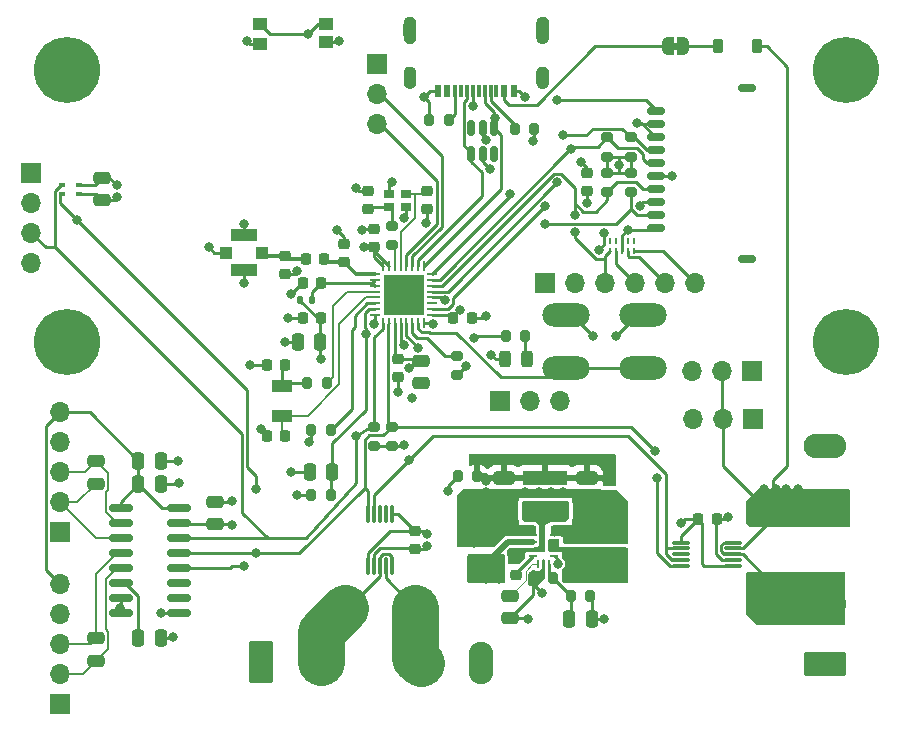
<source format=gbr>
%TF.GenerationSoftware,KiCad,Pcbnew,8.0.3-8.0.3-0~ubuntu22.04.1*%
%TF.CreationDate,2024-07-18T21:31:50-04:00*%
%TF.ProjectId,esp32_sensor_board,65737033-325f-4736-956e-736f725f626f,rev?*%
%TF.SameCoordinates,Original*%
%TF.FileFunction,Copper,L1,Top*%
%TF.FilePolarity,Positive*%
%FSLAX46Y46*%
G04 Gerber Fmt 4.6, Leading zero omitted, Abs format (unit mm)*
G04 Created by KiCad (PCBNEW 8.0.3-8.0.3-0~ubuntu22.04.1) date 2024-07-18 21:31:50*
%MOMM*%
%LPD*%
G01*
G04 APERTURE LIST*
G04 Aperture macros list*
%AMRoundRect*
0 Rectangle with rounded corners*
0 $1 Rounding radius*
0 $2 $3 $4 $5 $6 $7 $8 $9 X,Y pos of 4 corners*
0 Add a 4 corners polygon primitive as box body*
4,1,4,$2,$3,$4,$5,$6,$7,$8,$9,$2,$3,0*
0 Add four circle primitives for the rounded corners*
1,1,$1+$1,$2,$3*
1,1,$1+$1,$4,$5*
1,1,$1+$1,$6,$7*
1,1,$1+$1,$8,$9*
0 Add four rect primitives between the rounded corners*
20,1,$1+$1,$2,$3,$4,$5,0*
20,1,$1+$1,$4,$5,$6,$7,0*
20,1,$1+$1,$6,$7,$8,$9,0*
20,1,$1+$1,$8,$9,$2,$3,0*%
%AMFreePoly0*
4,1,19,0.500000,-0.750000,0.000000,-0.750000,0.000000,-0.744911,-0.071157,-0.744911,-0.207708,-0.704816,-0.327430,-0.627875,-0.420627,-0.520320,-0.479746,-0.390866,-0.500000,-0.250000,-0.500000,0.250000,-0.479746,0.390866,-0.420627,0.520320,-0.327430,0.627875,-0.207708,0.704816,-0.071157,0.744911,0.000000,0.744911,0.000000,0.750000,0.500000,0.750000,0.500000,-0.750000,0.500000,-0.750000,
$1*%
%AMFreePoly1*
4,1,19,0.000000,0.744911,0.071157,0.744911,0.207708,0.704816,0.327430,0.627875,0.420627,0.520320,0.479746,0.390866,0.500000,0.250000,0.500000,-0.250000,0.479746,-0.390866,0.420627,-0.520320,0.327430,-0.627875,0.207708,-0.704816,0.071157,-0.744911,0.000000,-0.744911,0.000000,-0.750000,-0.500000,-0.750000,-0.500000,0.750000,0.000000,0.750000,0.000000,0.744911,0.000000,0.744911,
$1*%
G04 Aperture macros list end*
%TA.AperFunction,EtchedComponent*%
%ADD10C,0.000000*%
%TD*%
%TA.AperFunction,EtchedComponent*%
%ADD11C,0.010000*%
%TD*%
%TA.AperFunction,SMDPad,CuDef*%
%ADD12RoundRect,0.225000X0.225000X0.375000X-0.225000X0.375000X-0.225000X-0.375000X0.225000X-0.375000X0*%
%TD*%
%TA.AperFunction,SMDPad,CuDef*%
%ADD13R,0.200000X0.475000*%
%TD*%
%TA.AperFunction,SMDPad,CuDef*%
%ADD14RoundRect,0.200000X-0.200000X-0.275000X0.200000X-0.275000X0.200000X0.275000X-0.200000X0.275000X0*%
%TD*%
%TA.AperFunction,SMDPad,CuDef*%
%ADD15RoundRect,0.200000X0.200000X0.275000X-0.200000X0.275000X-0.200000X-0.275000X0.200000X-0.275000X0*%
%TD*%
%TA.AperFunction,SMDPad,CuDef*%
%ADD16RoundRect,0.200000X-0.275000X0.200000X-0.275000X-0.200000X0.275000X-0.200000X0.275000X0.200000X0*%
%TD*%
%TA.AperFunction,SMDPad,CuDef*%
%ADD17RoundRect,0.200000X0.275000X-0.200000X0.275000X0.200000X-0.275000X0.200000X-0.275000X-0.200000X0*%
%TD*%
%TA.AperFunction,SMDPad,CuDef*%
%ADD18FreePoly0,0.000000*%
%TD*%
%TA.AperFunction,SMDPad,CuDef*%
%ADD19FreePoly1,0.000000*%
%TD*%
%TA.AperFunction,SMDPad,CuDef*%
%ADD20RoundRect,0.225000X-0.250000X0.225000X-0.250000X-0.225000X0.250000X-0.225000X0.250000X0.225000X0*%
%TD*%
%TA.AperFunction,ComponentPad*%
%ADD21RoundRect,0.249999X-0.790001X-1.550001X0.790001X-1.550001X0.790001X1.550001X-0.790001X1.550001X0*%
%TD*%
%TA.AperFunction,ComponentPad*%
%ADD22O,2.080000X3.600000*%
%TD*%
%TA.AperFunction,SMDPad,CuDef*%
%ADD23RoundRect,0.225000X0.250000X-0.225000X0.250000X0.225000X-0.250000X0.225000X-0.250000X-0.225000X0*%
%TD*%
%TA.AperFunction,ComponentPad*%
%ADD24R,1.700000X1.700000*%
%TD*%
%TA.AperFunction,ComponentPad*%
%ADD25O,1.700000X1.700000*%
%TD*%
%TA.AperFunction,ComponentPad*%
%ADD26RoundRect,0.249999X1.550001X-0.790001X1.550001X0.790001X-1.550001X0.790001X-1.550001X-0.790001X0*%
%TD*%
%TA.AperFunction,ComponentPad*%
%ADD27O,3.600000X2.080000*%
%TD*%
%TA.AperFunction,SMDPad,CuDef*%
%ADD28RoundRect,0.250000X0.650000X-0.325000X0.650000X0.325000X-0.650000X0.325000X-0.650000X-0.325000X0*%
%TD*%
%TA.AperFunction,SMDPad,CuDef*%
%ADD29RoundRect,0.062500X-0.375000X-0.062500X0.375000X-0.062500X0.375000X0.062500X-0.375000X0.062500X0*%
%TD*%
%TA.AperFunction,SMDPad,CuDef*%
%ADD30RoundRect,0.062500X-0.062500X-0.375000X0.062500X-0.375000X0.062500X0.375000X-0.062500X0.375000X0*%
%TD*%
%TA.AperFunction,SMDPad,CuDef*%
%ADD31R,3.450000X3.450000*%
%TD*%
%TA.AperFunction,SMDPad,CuDef*%
%ADD32RoundRect,0.250000X-0.362500X-1.425000X0.362500X-1.425000X0.362500X1.425000X-0.362500X1.425000X0*%
%TD*%
%TA.AperFunction,SMDPad,CuDef*%
%ADD33RoundRect,0.250000X-0.475000X0.250000X-0.475000X-0.250000X0.475000X-0.250000X0.475000X0.250000X0*%
%TD*%
%TA.AperFunction,SMDPad,CuDef*%
%ADD34RoundRect,0.225000X-0.225000X-0.250000X0.225000X-0.250000X0.225000X0.250000X-0.225000X0.250000X0*%
%TD*%
%TA.AperFunction,SMDPad,CuDef*%
%ADD35RoundRect,0.062500X-0.237500X-0.062500X0.237500X-0.062500X0.237500X0.062500X-0.237500X0.062500X0*%
%TD*%
%TA.AperFunction,SMDPad,CuDef*%
%ADD36RoundRect,0.062500X0.062500X-0.237500X0.062500X0.237500X-0.062500X0.237500X-0.062500X-0.237500X0*%
%TD*%
%TA.AperFunction,SMDPad,CuDef*%
%ADD37RoundRect,0.062500X0.062500X0.850000X-0.062500X0.850000X-0.062500X-0.850000X0.062500X-0.850000X0*%
%TD*%
%TA.AperFunction,SMDPad,CuDef*%
%ADD38RoundRect,0.225000X0.225000X0.250000X-0.225000X0.250000X-0.225000X-0.250000X0.225000X-0.250000X0*%
%TD*%
%TA.AperFunction,SMDPad,CuDef*%
%ADD39RoundRect,0.250000X0.475000X-0.250000X0.475000X0.250000X-0.475000X0.250000X-0.475000X-0.250000X0*%
%TD*%
%TA.AperFunction,SMDPad,CuDef*%
%ADD40R,1.000000X1.000000*%
%TD*%
%TA.AperFunction,SMDPad,CuDef*%
%ADD41R,2.200000X1.050000*%
%TD*%
%TA.AperFunction,SMDPad,CuDef*%
%ADD42RoundRect,0.147500X-0.147500X-0.172500X0.147500X-0.172500X0.147500X0.172500X-0.147500X0.172500X0*%
%TD*%
%TA.AperFunction,ComponentPad*%
%ADD43C,5.600000*%
%TD*%
%TA.AperFunction,SMDPad,CuDef*%
%ADD44RoundRect,0.150000X-0.825000X-0.150000X0.825000X-0.150000X0.825000X0.150000X-0.825000X0.150000X0*%
%TD*%
%TA.AperFunction,SMDPad,CuDef*%
%ADD45R,1.200000X1.000000*%
%TD*%
%TA.AperFunction,SMDPad,CuDef*%
%ADD46R,0.900000X0.800000*%
%TD*%
%TA.AperFunction,SMDPad,CuDef*%
%ADD47RoundRect,0.250000X0.250000X0.475000X-0.250000X0.475000X-0.250000X-0.475000X0.250000X-0.475000X0*%
%TD*%
%TA.AperFunction,SMDPad,CuDef*%
%ADD48RoundRect,0.150000X0.600000X-0.150000X0.600000X0.150000X-0.600000X0.150000X-0.600000X-0.150000X0*%
%TD*%
%TA.AperFunction,SMDPad,CuDef*%
%ADD49R,3.700000X1.200000*%
%TD*%
%TA.AperFunction,SMDPad,CuDef*%
%ADD50RoundRect,0.250000X-0.250000X-0.475000X0.250000X-0.475000X0.250000X0.475000X-0.250000X0.475000X0*%
%TD*%
%TA.AperFunction,SMDPad,CuDef*%
%ADD51R,1.800000X1.000000*%
%TD*%
%TA.AperFunction,SMDPad,CuDef*%
%ADD52RoundRect,0.250000X1.425000X-0.362500X1.425000X0.362500X-1.425000X0.362500X-1.425000X-0.362500X0*%
%TD*%
%TA.AperFunction,SMDPad,CuDef*%
%ADD53O,4.000000X2.000000*%
%TD*%
%TA.AperFunction,SMDPad,CuDef*%
%ADD54RoundRect,0.250000X-0.650000X0.325000X-0.650000X-0.325000X0.650000X-0.325000X0.650000X0.325000X0*%
%TD*%
%TA.AperFunction,SMDPad,CuDef*%
%ADD55RoundRect,0.218750X0.218750X0.256250X-0.218750X0.256250X-0.218750X-0.256250X0.218750X-0.256250X0*%
%TD*%
%TA.AperFunction,SMDPad,CuDef*%
%ADD56R,0.500000X0.300000*%
%TD*%
%TA.AperFunction,SMDPad,CuDef*%
%ADD57RoundRect,0.150000X-0.150000X0.512500X-0.150000X-0.512500X0.150000X-0.512500X0.150000X0.512500X0*%
%TD*%
%TA.AperFunction,SMDPad,CuDef*%
%ADD58RoundRect,0.243750X-0.243750X-0.456250X0.243750X-0.456250X0.243750X0.456250X-0.243750X0.456250X0*%
%TD*%
%TA.AperFunction,SMDPad,CuDef*%
%ADD59RoundRect,0.075000X-0.075000X0.650000X-0.075000X-0.650000X0.075000X-0.650000X0.075000X0.650000X0*%
%TD*%
%TA.AperFunction,SMDPad,CuDef*%
%ADD60RoundRect,0.075000X-0.650000X-0.075000X0.650000X-0.075000X0.650000X0.075000X-0.650000X0.075000X0*%
%TD*%
%TA.AperFunction,SMDPad,CuDef*%
%ADD61R,0.600000X1.100000*%
%TD*%
%TA.AperFunction,SMDPad,CuDef*%
%ADD62R,0.300000X1.100000*%
%TD*%
%TA.AperFunction,ComponentPad*%
%ADD63O,0.950000X1.900000*%
%TD*%
%TA.AperFunction,ComponentPad*%
%ADD64O,0.800000X1.600000*%
%TD*%
%TA.AperFunction,ViaPad*%
%ADD65C,0.800000*%
%TD*%
%TA.AperFunction,Conductor*%
%ADD66C,0.250000*%
%TD*%
%TA.AperFunction,Conductor*%
%ADD67C,0.267208*%
%TD*%
%TA.AperFunction,Conductor*%
%ADD68C,0.500000*%
%TD*%
%TA.AperFunction,Conductor*%
%ADD69C,0.200000*%
%TD*%
%TA.AperFunction,Conductor*%
%ADD70C,0.349250*%
%TD*%
%TA.AperFunction,Conductor*%
%ADD71C,0.120000*%
%TD*%
%TA.AperFunction,Conductor*%
%ADD72C,4.000000*%
%TD*%
G04 APERTURE END LIST*
D10*
%TA.AperFunction,EtchedComponent*%
%TO.C,JP201*%
G36*
X142250000Y-73300000D02*
G01*
X141750000Y-73300000D01*
X141750000Y-72700000D01*
X142250000Y-72700000D01*
X142250000Y-73300000D01*
G37*
%TD.AperFunction*%
D11*
%TO.C,J301*%
X130766000Y-74701000D02*
X130792000Y-74703000D01*
X130818000Y-74706000D01*
X130844000Y-74711000D01*
X130869000Y-74717000D01*
X130895000Y-74724000D01*
X130919000Y-74733000D01*
X130943000Y-74743000D01*
X130967000Y-74754000D01*
X130990000Y-74767000D01*
X131012000Y-74781000D01*
X131034000Y-74795000D01*
X131055000Y-74811000D01*
X131075000Y-74828000D01*
X131094000Y-74846000D01*
X131112000Y-74865000D01*
X131129000Y-74885000D01*
X131145000Y-74906000D01*
X131159000Y-74928000D01*
X131173000Y-74950000D01*
X131186000Y-74973000D01*
X131197000Y-74997000D01*
X131207000Y-75021000D01*
X131216000Y-75045000D01*
X131223000Y-75071000D01*
X131229000Y-75096000D01*
X131234000Y-75122000D01*
X131237000Y-75148000D01*
X131239000Y-75174000D01*
X131240000Y-75200000D01*
X131240000Y-76000000D01*
X131239000Y-76026000D01*
X131237000Y-76052000D01*
X131234000Y-76078000D01*
X131229000Y-76104000D01*
X131223000Y-76129000D01*
X131216000Y-76155000D01*
X131207000Y-76179000D01*
X131197000Y-76203000D01*
X131186000Y-76227000D01*
X131173000Y-76250000D01*
X131159000Y-76272000D01*
X131145000Y-76294000D01*
X131129000Y-76315000D01*
X131112000Y-76335000D01*
X131094000Y-76354000D01*
X131075000Y-76372000D01*
X131055000Y-76389000D01*
X131034000Y-76405000D01*
X131012000Y-76419000D01*
X130990000Y-76433000D01*
X130967000Y-76446000D01*
X130943000Y-76457000D01*
X130919000Y-76467000D01*
X130895000Y-76476000D01*
X130869000Y-76483000D01*
X130844000Y-76489000D01*
X130818000Y-76494000D01*
X130792000Y-76497000D01*
X130766000Y-76499000D01*
X130740000Y-76500000D01*
X130714000Y-76499000D01*
X130688000Y-76497000D01*
X130662000Y-76494000D01*
X130636000Y-76489000D01*
X130611000Y-76483000D01*
X130585000Y-76476000D01*
X130561000Y-76467000D01*
X130537000Y-76457000D01*
X130513000Y-76446000D01*
X130490000Y-76433000D01*
X130468000Y-76419000D01*
X130446000Y-76405000D01*
X130425000Y-76389000D01*
X130405000Y-76372000D01*
X130386000Y-76354000D01*
X130368000Y-76335000D01*
X130351000Y-76315000D01*
X130335000Y-76294000D01*
X130321000Y-76272000D01*
X130307000Y-76250000D01*
X130294000Y-76227000D01*
X130283000Y-76203000D01*
X130273000Y-76179000D01*
X130264000Y-76155000D01*
X130257000Y-76129000D01*
X130251000Y-76104000D01*
X130246000Y-76078000D01*
X130243000Y-76052000D01*
X130241000Y-76026000D01*
X130240000Y-76000000D01*
X130240000Y-75200000D01*
X130241000Y-75174000D01*
X130243000Y-75148000D01*
X130246000Y-75122000D01*
X130251000Y-75096000D01*
X130257000Y-75071000D01*
X130264000Y-75045000D01*
X130273000Y-75021000D01*
X130283000Y-74997000D01*
X130294000Y-74973000D01*
X130307000Y-74950000D01*
X130321000Y-74928000D01*
X130335000Y-74906000D01*
X130351000Y-74885000D01*
X130368000Y-74865000D01*
X130386000Y-74846000D01*
X130405000Y-74828000D01*
X130425000Y-74811000D01*
X130446000Y-74795000D01*
X130468000Y-74781000D01*
X130490000Y-74767000D01*
X130513000Y-74754000D01*
X130537000Y-74743000D01*
X130561000Y-74733000D01*
X130585000Y-74724000D01*
X130611000Y-74717000D01*
X130636000Y-74711000D01*
X130662000Y-74706000D01*
X130688000Y-74703000D01*
X130714000Y-74701000D01*
X130740000Y-74700000D01*
X130766000Y-74701000D01*
%TA.AperFunction,EtchedComponent*%
G36*
X130766000Y-74701000D02*
G01*
X130792000Y-74703000D01*
X130818000Y-74706000D01*
X130844000Y-74711000D01*
X130869000Y-74717000D01*
X130895000Y-74724000D01*
X130919000Y-74733000D01*
X130943000Y-74743000D01*
X130967000Y-74754000D01*
X130990000Y-74767000D01*
X131012000Y-74781000D01*
X131034000Y-74795000D01*
X131055000Y-74811000D01*
X131075000Y-74828000D01*
X131094000Y-74846000D01*
X131112000Y-74865000D01*
X131129000Y-74885000D01*
X131145000Y-74906000D01*
X131159000Y-74928000D01*
X131173000Y-74950000D01*
X131186000Y-74973000D01*
X131197000Y-74997000D01*
X131207000Y-75021000D01*
X131216000Y-75045000D01*
X131223000Y-75071000D01*
X131229000Y-75096000D01*
X131234000Y-75122000D01*
X131237000Y-75148000D01*
X131239000Y-75174000D01*
X131240000Y-75200000D01*
X131240000Y-76000000D01*
X131239000Y-76026000D01*
X131237000Y-76052000D01*
X131234000Y-76078000D01*
X131229000Y-76104000D01*
X131223000Y-76129000D01*
X131216000Y-76155000D01*
X131207000Y-76179000D01*
X131197000Y-76203000D01*
X131186000Y-76227000D01*
X131173000Y-76250000D01*
X131159000Y-76272000D01*
X131145000Y-76294000D01*
X131129000Y-76315000D01*
X131112000Y-76335000D01*
X131094000Y-76354000D01*
X131075000Y-76372000D01*
X131055000Y-76389000D01*
X131034000Y-76405000D01*
X131012000Y-76419000D01*
X130990000Y-76433000D01*
X130967000Y-76446000D01*
X130943000Y-76457000D01*
X130919000Y-76467000D01*
X130895000Y-76476000D01*
X130869000Y-76483000D01*
X130844000Y-76489000D01*
X130818000Y-76494000D01*
X130792000Y-76497000D01*
X130766000Y-76499000D01*
X130740000Y-76500000D01*
X130714000Y-76499000D01*
X130688000Y-76497000D01*
X130662000Y-76494000D01*
X130636000Y-76489000D01*
X130611000Y-76483000D01*
X130585000Y-76476000D01*
X130561000Y-76467000D01*
X130537000Y-76457000D01*
X130513000Y-76446000D01*
X130490000Y-76433000D01*
X130468000Y-76419000D01*
X130446000Y-76405000D01*
X130425000Y-76389000D01*
X130405000Y-76372000D01*
X130386000Y-76354000D01*
X130368000Y-76335000D01*
X130351000Y-76315000D01*
X130335000Y-76294000D01*
X130321000Y-76272000D01*
X130307000Y-76250000D01*
X130294000Y-76227000D01*
X130283000Y-76203000D01*
X130273000Y-76179000D01*
X130264000Y-76155000D01*
X130257000Y-76129000D01*
X130251000Y-76104000D01*
X130246000Y-76078000D01*
X130243000Y-76052000D01*
X130241000Y-76026000D01*
X130240000Y-76000000D01*
X130240000Y-75200000D01*
X130241000Y-75174000D01*
X130243000Y-75148000D01*
X130246000Y-75122000D01*
X130251000Y-75096000D01*
X130257000Y-75071000D01*
X130264000Y-75045000D01*
X130273000Y-75021000D01*
X130283000Y-74997000D01*
X130294000Y-74973000D01*
X130307000Y-74950000D01*
X130321000Y-74928000D01*
X130335000Y-74906000D01*
X130351000Y-74885000D01*
X130368000Y-74865000D01*
X130386000Y-74846000D01*
X130405000Y-74828000D01*
X130425000Y-74811000D01*
X130446000Y-74795000D01*
X130468000Y-74781000D01*
X130490000Y-74767000D01*
X130513000Y-74754000D01*
X130537000Y-74743000D01*
X130561000Y-74733000D01*
X130585000Y-74724000D01*
X130611000Y-74717000D01*
X130636000Y-74711000D01*
X130662000Y-74706000D01*
X130688000Y-74703000D01*
X130714000Y-74701000D01*
X130740000Y-74700000D01*
X130766000Y-74701000D01*
G37*
%TD.AperFunction*%
X119526000Y-74701000D02*
X119552000Y-74703000D01*
X119578000Y-74706000D01*
X119604000Y-74711000D01*
X119629000Y-74717000D01*
X119655000Y-74724000D01*
X119679000Y-74733000D01*
X119703000Y-74743000D01*
X119727000Y-74754000D01*
X119750000Y-74767000D01*
X119772000Y-74781000D01*
X119794000Y-74795000D01*
X119815000Y-74811000D01*
X119835000Y-74828000D01*
X119854000Y-74846000D01*
X119872000Y-74865000D01*
X119889000Y-74885000D01*
X119905000Y-74906000D01*
X119919000Y-74928000D01*
X119933000Y-74950000D01*
X119946000Y-74973000D01*
X119957000Y-74997000D01*
X119967000Y-75021000D01*
X119976000Y-75045000D01*
X119983000Y-75071000D01*
X119989000Y-75096000D01*
X119994000Y-75122000D01*
X119997000Y-75148000D01*
X119999000Y-75174000D01*
X120000000Y-75200000D01*
X120000000Y-76000000D01*
X119999000Y-76026000D01*
X119997000Y-76052000D01*
X119994000Y-76078000D01*
X119989000Y-76104000D01*
X119983000Y-76129000D01*
X119976000Y-76155000D01*
X119967000Y-76179000D01*
X119957000Y-76203000D01*
X119946000Y-76227000D01*
X119933000Y-76250000D01*
X119919000Y-76272000D01*
X119905000Y-76294000D01*
X119889000Y-76315000D01*
X119872000Y-76335000D01*
X119854000Y-76354000D01*
X119835000Y-76372000D01*
X119815000Y-76389000D01*
X119794000Y-76405000D01*
X119772000Y-76419000D01*
X119750000Y-76433000D01*
X119727000Y-76446000D01*
X119703000Y-76457000D01*
X119679000Y-76467000D01*
X119655000Y-76476000D01*
X119629000Y-76483000D01*
X119604000Y-76489000D01*
X119578000Y-76494000D01*
X119552000Y-76497000D01*
X119526000Y-76499000D01*
X119500000Y-76500000D01*
X119474000Y-76499000D01*
X119448000Y-76497000D01*
X119422000Y-76494000D01*
X119396000Y-76489000D01*
X119371000Y-76483000D01*
X119345000Y-76476000D01*
X119321000Y-76467000D01*
X119297000Y-76457000D01*
X119273000Y-76446000D01*
X119250000Y-76433000D01*
X119228000Y-76419000D01*
X119206000Y-76405000D01*
X119185000Y-76389000D01*
X119165000Y-76372000D01*
X119146000Y-76354000D01*
X119128000Y-76335000D01*
X119111000Y-76315000D01*
X119095000Y-76294000D01*
X119081000Y-76272000D01*
X119067000Y-76250000D01*
X119054000Y-76227000D01*
X119043000Y-76203000D01*
X119033000Y-76179000D01*
X119024000Y-76155000D01*
X119017000Y-76129000D01*
X119011000Y-76104000D01*
X119006000Y-76078000D01*
X119003000Y-76052000D01*
X119001000Y-76026000D01*
X119000000Y-76000000D01*
X119000000Y-75200000D01*
X119001000Y-75174000D01*
X119003000Y-75148000D01*
X119006000Y-75122000D01*
X119011000Y-75096000D01*
X119017000Y-75071000D01*
X119024000Y-75045000D01*
X119033000Y-75021000D01*
X119043000Y-74997000D01*
X119054000Y-74973000D01*
X119067000Y-74950000D01*
X119081000Y-74928000D01*
X119095000Y-74906000D01*
X119111000Y-74885000D01*
X119128000Y-74865000D01*
X119146000Y-74846000D01*
X119165000Y-74828000D01*
X119185000Y-74811000D01*
X119206000Y-74795000D01*
X119228000Y-74781000D01*
X119250000Y-74767000D01*
X119273000Y-74754000D01*
X119297000Y-74743000D01*
X119321000Y-74733000D01*
X119345000Y-74724000D01*
X119371000Y-74717000D01*
X119396000Y-74711000D01*
X119422000Y-74706000D01*
X119448000Y-74703000D01*
X119474000Y-74701000D01*
X119500000Y-74700000D01*
X119526000Y-74701000D01*
%TA.AperFunction,EtchedComponent*%
G36*
X119526000Y-74701000D02*
G01*
X119552000Y-74703000D01*
X119578000Y-74706000D01*
X119604000Y-74711000D01*
X119629000Y-74717000D01*
X119655000Y-74724000D01*
X119679000Y-74733000D01*
X119703000Y-74743000D01*
X119727000Y-74754000D01*
X119750000Y-74767000D01*
X119772000Y-74781000D01*
X119794000Y-74795000D01*
X119815000Y-74811000D01*
X119835000Y-74828000D01*
X119854000Y-74846000D01*
X119872000Y-74865000D01*
X119889000Y-74885000D01*
X119905000Y-74906000D01*
X119919000Y-74928000D01*
X119933000Y-74950000D01*
X119946000Y-74973000D01*
X119957000Y-74997000D01*
X119967000Y-75021000D01*
X119976000Y-75045000D01*
X119983000Y-75071000D01*
X119989000Y-75096000D01*
X119994000Y-75122000D01*
X119997000Y-75148000D01*
X119999000Y-75174000D01*
X120000000Y-75200000D01*
X120000000Y-76000000D01*
X119999000Y-76026000D01*
X119997000Y-76052000D01*
X119994000Y-76078000D01*
X119989000Y-76104000D01*
X119983000Y-76129000D01*
X119976000Y-76155000D01*
X119967000Y-76179000D01*
X119957000Y-76203000D01*
X119946000Y-76227000D01*
X119933000Y-76250000D01*
X119919000Y-76272000D01*
X119905000Y-76294000D01*
X119889000Y-76315000D01*
X119872000Y-76335000D01*
X119854000Y-76354000D01*
X119835000Y-76372000D01*
X119815000Y-76389000D01*
X119794000Y-76405000D01*
X119772000Y-76419000D01*
X119750000Y-76433000D01*
X119727000Y-76446000D01*
X119703000Y-76457000D01*
X119679000Y-76467000D01*
X119655000Y-76476000D01*
X119629000Y-76483000D01*
X119604000Y-76489000D01*
X119578000Y-76494000D01*
X119552000Y-76497000D01*
X119526000Y-76499000D01*
X119500000Y-76500000D01*
X119474000Y-76499000D01*
X119448000Y-76497000D01*
X119422000Y-76494000D01*
X119396000Y-76489000D01*
X119371000Y-76483000D01*
X119345000Y-76476000D01*
X119321000Y-76467000D01*
X119297000Y-76457000D01*
X119273000Y-76446000D01*
X119250000Y-76433000D01*
X119228000Y-76419000D01*
X119206000Y-76405000D01*
X119185000Y-76389000D01*
X119165000Y-76372000D01*
X119146000Y-76354000D01*
X119128000Y-76335000D01*
X119111000Y-76315000D01*
X119095000Y-76294000D01*
X119081000Y-76272000D01*
X119067000Y-76250000D01*
X119054000Y-76227000D01*
X119043000Y-76203000D01*
X119033000Y-76179000D01*
X119024000Y-76155000D01*
X119017000Y-76129000D01*
X119011000Y-76104000D01*
X119006000Y-76078000D01*
X119003000Y-76052000D01*
X119001000Y-76026000D01*
X119000000Y-76000000D01*
X119000000Y-75200000D01*
X119001000Y-75174000D01*
X119003000Y-75148000D01*
X119006000Y-75122000D01*
X119011000Y-75096000D01*
X119017000Y-75071000D01*
X119024000Y-75045000D01*
X119033000Y-75021000D01*
X119043000Y-74997000D01*
X119054000Y-74973000D01*
X119067000Y-74950000D01*
X119081000Y-74928000D01*
X119095000Y-74906000D01*
X119111000Y-74885000D01*
X119128000Y-74865000D01*
X119146000Y-74846000D01*
X119165000Y-74828000D01*
X119185000Y-74811000D01*
X119206000Y-74795000D01*
X119228000Y-74781000D01*
X119250000Y-74767000D01*
X119273000Y-74754000D01*
X119297000Y-74743000D01*
X119321000Y-74733000D01*
X119345000Y-74724000D01*
X119371000Y-74717000D01*
X119396000Y-74711000D01*
X119422000Y-74706000D01*
X119448000Y-74703000D01*
X119474000Y-74701000D01*
X119500000Y-74700000D01*
X119526000Y-74701000D01*
G37*
%TD.AperFunction*%
X130766000Y-70501000D02*
X130792000Y-70503000D01*
X130818000Y-70506000D01*
X130844000Y-70511000D01*
X130869000Y-70517000D01*
X130895000Y-70524000D01*
X130919000Y-70533000D01*
X130943000Y-70543000D01*
X130967000Y-70554000D01*
X130990000Y-70567000D01*
X131012000Y-70581000D01*
X131034000Y-70595000D01*
X131055000Y-70611000D01*
X131075000Y-70628000D01*
X131094000Y-70646000D01*
X131112000Y-70665000D01*
X131129000Y-70685000D01*
X131145000Y-70706000D01*
X131159000Y-70728000D01*
X131173000Y-70750000D01*
X131186000Y-70773000D01*
X131197000Y-70797000D01*
X131207000Y-70821000D01*
X131216000Y-70845000D01*
X131223000Y-70871000D01*
X131229000Y-70896000D01*
X131234000Y-70922000D01*
X131237000Y-70948000D01*
X131239000Y-70974000D01*
X131240000Y-71000000D01*
X131240000Y-72200000D01*
X131239000Y-72226000D01*
X131237000Y-72252000D01*
X131234000Y-72278000D01*
X131229000Y-72304000D01*
X131223000Y-72329000D01*
X131216000Y-72355000D01*
X131207000Y-72379000D01*
X131197000Y-72403000D01*
X131186000Y-72427000D01*
X131173000Y-72450000D01*
X131159000Y-72472000D01*
X131145000Y-72494000D01*
X131129000Y-72515000D01*
X131112000Y-72535000D01*
X131094000Y-72554000D01*
X131075000Y-72572000D01*
X131055000Y-72589000D01*
X131034000Y-72605000D01*
X131012000Y-72619000D01*
X130990000Y-72633000D01*
X130967000Y-72646000D01*
X130943000Y-72657000D01*
X130919000Y-72667000D01*
X130895000Y-72676000D01*
X130869000Y-72683000D01*
X130844000Y-72689000D01*
X130818000Y-72694000D01*
X130792000Y-72697000D01*
X130766000Y-72699000D01*
X130740000Y-72700000D01*
X130714000Y-72699000D01*
X130688000Y-72697000D01*
X130662000Y-72694000D01*
X130636000Y-72689000D01*
X130611000Y-72683000D01*
X130585000Y-72676000D01*
X130561000Y-72667000D01*
X130537000Y-72657000D01*
X130513000Y-72646000D01*
X130490000Y-72633000D01*
X130468000Y-72619000D01*
X130446000Y-72605000D01*
X130425000Y-72589000D01*
X130405000Y-72572000D01*
X130386000Y-72554000D01*
X130368000Y-72535000D01*
X130351000Y-72515000D01*
X130335000Y-72494000D01*
X130321000Y-72472000D01*
X130307000Y-72450000D01*
X130294000Y-72427000D01*
X130283000Y-72403000D01*
X130273000Y-72379000D01*
X130264000Y-72355000D01*
X130257000Y-72329000D01*
X130251000Y-72304000D01*
X130246000Y-72278000D01*
X130243000Y-72252000D01*
X130241000Y-72226000D01*
X130240000Y-72200000D01*
X130240000Y-71000000D01*
X130241000Y-70974000D01*
X130243000Y-70948000D01*
X130246000Y-70922000D01*
X130251000Y-70896000D01*
X130257000Y-70871000D01*
X130264000Y-70845000D01*
X130273000Y-70821000D01*
X130283000Y-70797000D01*
X130294000Y-70773000D01*
X130307000Y-70750000D01*
X130321000Y-70728000D01*
X130335000Y-70706000D01*
X130351000Y-70685000D01*
X130368000Y-70665000D01*
X130386000Y-70646000D01*
X130405000Y-70628000D01*
X130425000Y-70611000D01*
X130446000Y-70595000D01*
X130468000Y-70581000D01*
X130490000Y-70567000D01*
X130513000Y-70554000D01*
X130537000Y-70543000D01*
X130561000Y-70533000D01*
X130585000Y-70524000D01*
X130611000Y-70517000D01*
X130636000Y-70511000D01*
X130662000Y-70506000D01*
X130688000Y-70503000D01*
X130714000Y-70501000D01*
X130740000Y-70500000D01*
X130766000Y-70501000D01*
%TA.AperFunction,EtchedComponent*%
G36*
X130766000Y-70501000D02*
G01*
X130792000Y-70503000D01*
X130818000Y-70506000D01*
X130844000Y-70511000D01*
X130869000Y-70517000D01*
X130895000Y-70524000D01*
X130919000Y-70533000D01*
X130943000Y-70543000D01*
X130967000Y-70554000D01*
X130990000Y-70567000D01*
X131012000Y-70581000D01*
X131034000Y-70595000D01*
X131055000Y-70611000D01*
X131075000Y-70628000D01*
X131094000Y-70646000D01*
X131112000Y-70665000D01*
X131129000Y-70685000D01*
X131145000Y-70706000D01*
X131159000Y-70728000D01*
X131173000Y-70750000D01*
X131186000Y-70773000D01*
X131197000Y-70797000D01*
X131207000Y-70821000D01*
X131216000Y-70845000D01*
X131223000Y-70871000D01*
X131229000Y-70896000D01*
X131234000Y-70922000D01*
X131237000Y-70948000D01*
X131239000Y-70974000D01*
X131240000Y-71000000D01*
X131240000Y-72200000D01*
X131239000Y-72226000D01*
X131237000Y-72252000D01*
X131234000Y-72278000D01*
X131229000Y-72304000D01*
X131223000Y-72329000D01*
X131216000Y-72355000D01*
X131207000Y-72379000D01*
X131197000Y-72403000D01*
X131186000Y-72427000D01*
X131173000Y-72450000D01*
X131159000Y-72472000D01*
X131145000Y-72494000D01*
X131129000Y-72515000D01*
X131112000Y-72535000D01*
X131094000Y-72554000D01*
X131075000Y-72572000D01*
X131055000Y-72589000D01*
X131034000Y-72605000D01*
X131012000Y-72619000D01*
X130990000Y-72633000D01*
X130967000Y-72646000D01*
X130943000Y-72657000D01*
X130919000Y-72667000D01*
X130895000Y-72676000D01*
X130869000Y-72683000D01*
X130844000Y-72689000D01*
X130818000Y-72694000D01*
X130792000Y-72697000D01*
X130766000Y-72699000D01*
X130740000Y-72700000D01*
X130714000Y-72699000D01*
X130688000Y-72697000D01*
X130662000Y-72694000D01*
X130636000Y-72689000D01*
X130611000Y-72683000D01*
X130585000Y-72676000D01*
X130561000Y-72667000D01*
X130537000Y-72657000D01*
X130513000Y-72646000D01*
X130490000Y-72633000D01*
X130468000Y-72619000D01*
X130446000Y-72605000D01*
X130425000Y-72589000D01*
X130405000Y-72572000D01*
X130386000Y-72554000D01*
X130368000Y-72535000D01*
X130351000Y-72515000D01*
X130335000Y-72494000D01*
X130321000Y-72472000D01*
X130307000Y-72450000D01*
X130294000Y-72427000D01*
X130283000Y-72403000D01*
X130273000Y-72379000D01*
X130264000Y-72355000D01*
X130257000Y-72329000D01*
X130251000Y-72304000D01*
X130246000Y-72278000D01*
X130243000Y-72252000D01*
X130241000Y-72226000D01*
X130240000Y-72200000D01*
X130240000Y-71000000D01*
X130241000Y-70974000D01*
X130243000Y-70948000D01*
X130246000Y-70922000D01*
X130251000Y-70896000D01*
X130257000Y-70871000D01*
X130264000Y-70845000D01*
X130273000Y-70821000D01*
X130283000Y-70797000D01*
X130294000Y-70773000D01*
X130307000Y-70750000D01*
X130321000Y-70728000D01*
X130335000Y-70706000D01*
X130351000Y-70685000D01*
X130368000Y-70665000D01*
X130386000Y-70646000D01*
X130405000Y-70628000D01*
X130425000Y-70611000D01*
X130446000Y-70595000D01*
X130468000Y-70581000D01*
X130490000Y-70567000D01*
X130513000Y-70554000D01*
X130537000Y-70543000D01*
X130561000Y-70533000D01*
X130585000Y-70524000D01*
X130611000Y-70517000D01*
X130636000Y-70511000D01*
X130662000Y-70506000D01*
X130688000Y-70503000D01*
X130714000Y-70501000D01*
X130740000Y-70500000D01*
X130766000Y-70501000D01*
G37*
%TD.AperFunction*%
X119526000Y-70501000D02*
X119552000Y-70503000D01*
X119578000Y-70506000D01*
X119604000Y-70511000D01*
X119629000Y-70517000D01*
X119655000Y-70524000D01*
X119679000Y-70533000D01*
X119703000Y-70543000D01*
X119727000Y-70554000D01*
X119750000Y-70567000D01*
X119772000Y-70581000D01*
X119794000Y-70595000D01*
X119815000Y-70611000D01*
X119835000Y-70628000D01*
X119854000Y-70646000D01*
X119872000Y-70665000D01*
X119889000Y-70685000D01*
X119905000Y-70706000D01*
X119919000Y-70728000D01*
X119933000Y-70750000D01*
X119946000Y-70773000D01*
X119957000Y-70797000D01*
X119967000Y-70821000D01*
X119976000Y-70845000D01*
X119983000Y-70871000D01*
X119989000Y-70896000D01*
X119994000Y-70922000D01*
X119997000Y-70948000D01*
X119999000Y-70974000D01*
X120000000Y-71000000D01*
X120000000Y-72200000D01*
X119999000Y-72226000D01*
X119997000Y-72252000D01*
X119994000Y-72278000D01*
X119989000Y-72304000D01*
X119983000Y-72329000D01*
X119976000Y-72355000D01*
X119967000Y-72379000D01*
X119957000Y-72403000D01*
X119946000Y-72427000D01*
X119933000Y-72450000D01*
X119919000Y-72472000D01*
X119905000Y-72494000D01*
X119889000Y-72515000D01*
X119872000Y-72535000D01*
X119854000Y-72554000D01*
X119835000Y-72572000D01*
X119815000Y-72589000D01*
X119794000Y-72605000D01*
X119772000Y-72619000D01*
X119750000Y-72633000D01*
X119727000Y-72646000D01*
X119703000Y-72657000D01*
X119679000Y-72667000D01*
X119655000Y-72676000D01*
X119629000Y-72683000D01*
X119604000Y-72689000D01*
X119578000Y-72694000D01*
X119552000Y-72697000D01*
X119526000Y-72699000D01*
X119500000Y-72700000D01*
X119474000Y-72699000D01*
X119448000Y-72697000D01*
X119422000Y-72694000D01*
X119396000Y-72689000D01*
X119371000Y-72683000D01*
X119345000Y-72676000D01*
X119321000Y-72667000D01*
X119297000Y-72657000D01*
X119273000Y-72646000D01*
X119250000Y-72633000D01*
X119228000Y-72619000D01*
X119206000Y-72605000D01*
X119185000Y-72589000D01*
X119165000Y-72572000D01*
X119146000Y-72554000D01*
X119128000Y-72535000D01*
X119111000Y-72515000D01*
X119095000Y-72494000D01*
X119081000Y-72472000D01*
X119067000Y-72450000D01*
X119054000Y-72427000D01*
X119043000Y-72403000D01*
X119033000Y-72379000D01*
X119024000Y-72355000D01*
X119017000Y-72329000D01*
X119011000Y-72304000D01*
X119006000Y-72278000D01*
X119003000Y-72252000D01*
X119001000Y-72226000D01*
X119000000Y-72200000D01*
X119000000Y-71000000D01*
X119001000Y-70974000D01*
X119003000Y-70948000D01*
X119006000Y-70922000D01*
X119011000Y-70896000D01*
X119017000Y-70871000D01*
X119024000Y-70845000D01*
X119033000Y-70821000D01*
X119043000Y-70797000D01*
X119054000Y-70773000D01*
X119067000Y-70750000D01*
X119081000Y-70728000D01*
X119095000Y-70706000D01*
X119111000Y-70685000D01*
X119128000Y-70665000D01*
X119146000Y-70646000D01*
X119165000Y-70628000D01*
X119185000Y-70611000D01*
X119206000Y-70595000D01*
X119228000Y-70581000D01*
X119250000Y-70567000D01*
X119273000Y-70554000D01*
X119297000Y-70543000D01*
X119321000Y-70533000D01*
X119345000Y-70524000D01*
X119371000Y-70517000D01*
X119396000Y-70511000D01*
X119422000Y-70506000D01*
X119448000Y-70503000D01*
X119474000Y-70501000D01*
X119500000Y-70500000D01*
X119526000Y-70501000D01*
%TA.AperFunction,EtchedComponent*%
G36*
X119526000Y-70501000D02*
G01*
X119552000Y-70503000D01*
X119578000Y-70506000D01*
X119604000Y-70511000D01*
X119629000Y-70517000D01*
X119655000Y-70524000D01*
X119679000Y-70533000D01*
X119703000Y-70543000D01*
X119727000Y-70554000D01*
X119750000Y-70567000D01*
X119772000Y-70581000D01*
X119794000Y-70595000D01*
X119815000Y-70611000D01*
X119835000Y-70628000D01*
X119854000Y-70646000D01*
X119872000Y-70665000D01*
X119889000Y-70685000D01*
X119905000Y-70706000D01*
X119919000Y-70728000D01*
X119933000Y-70750000D01*
X119946000Y-70773000D01*
X119957000Y-70797000D01*
X119967000Y-70821000D01*
X119976000Y-70845000D01*
X119983000Y-70871000D01*
X119989000Y-70896000D01*
X119994000Y-70922000D01*
X119997000Y-70948000D01*
X119999000Y-70974000D01*
X120000000Y-71000000D01*
X120000000Y-72200000D01*
X119999000Y-72226000D01*
X119997000Y-72252000D01*
X119994000Y-72278000D01*
X119989000Y-72304000D01*
X119983000Y-72329000D01*
X119976000Y-72355000D01*
X119967000Y-72379000D01*
X119957000Y-72403000D01*
X119946000Y-72427000D01*
X119933000Y-72450000D01*
X119919000Y-72472000D01*
X119905000Y-72494000D01*
X119889000Y-72515000D01*
X119872000Y-72535000D01*
X119854000Y-72554000D01*
X119835000Y-72572000D01*
X119815000Y-72589000D01*
X119794000Y-72605000D01*
X119772000Y-72619000D01*
X119750000Y-72633000D01*
X119727000Y-72646000D01*
X119703000Y-72657000D01*
X119679000Y-72667000D01*
X119655000Y-72676000D01*
X119629000Y-72683000D01*
X119604000Y-72689000D01*
X119578000Y-72694000D01*
X119552000Y-72697000D01*
X119526000Y-72699000D01*
X119500000Y-72700000D01*
X119474000Y-72699000D01*
X119448000Y-72697000D01*
X119422000Y-72694000D01*
X119396000Y-72689000D01*
X119371000Y-72683000D01*
X119345000Y-72676000D01*
X119321000Y-72667000D01*
X119297000Y-72657000D01*
X119273000Y-72646000D01*
X119250000Y-72633000D01*
X119228000Y-72619000D01*
X119206000Y-72605000D01*
X119185000Y-72589000D01*
X119165000Y-72572000D01*
X119146000Y-72554000D01*
X119128000Y-72535000D01*
X119111000Y-72515000D01*
X119095000Y-72494000D01*
X119081000Y-72472000D01*
X119067000Y-72450000D01*
X119054000Y-72427000D01*
X119043000Y-72403000D01*
X119033000Y-72379000D01*
X119024000Y-72355000D01*
X119017000Y-72329000D01*
X119011000Y-72304000D01*
X119006000Y-72278000D01*
X119003000Y-72252000D01*
X119001000Y-72226000D01*
X119000000Y-72200000D01*
X119000000Y-71000000D01*
X119001000Y-70974000D01*
X119003000Y-70948000D01*
X119006000Y-70922000D01*
X119011000Y-70896000D01*
X119017000Y-70871000D01*
X119024000Y-70845000D01*
X119033000Y-70821000D01*
X119043000Y-70797000D01*
X119054000Y-70773000D01*
X119067000Y-70750000D01*
X119081000Y-70728000D01*
X119095000Y-70706000D01*
X119111000Y-70685000D01*
X119128000Y-70665000D01*
X119146000Y-70646000D01*
X119165000Y-70628000D01*
X119185000Y-70611000D01*
X119206000Y-70595000D01*
X119228000Y-70581000D01*
X119250000Y-70567000D01*
X119273000Y-70554000D01*
X119297000Y-70543000D01*
X119321000Y-70533000D01*
X119345000Y-70524000D01*
X119371000Y-70517000D01*
X119396000Y-70511000D01*
X119422000Y-70506000D01*
X119448000Y-70503000D01*
X119474000Y-70501000D01*
X119500000Y-70500000D01*
X119526000Y-70501000D01*
G37*
%TD.AperFunction*%
%TD*%
D12*
%TO.P,D1,1,K*%
%TO.N,VIN*%
X148900000Y-73000000D03*
%TO.P,D1,2,A*%
%TO.N,Net-(D1-A)*%
X145600000Y-73000000D03*
%TD*%
D13*
%TO.P,U303,1,CH1*%
%TO.N,/Microprocessor/SPI_SCK*%
X136500000Y-90275000D03*
%TO.P,U303,2,CH2*%
%TO.N,/Microprocessor/SPI_COPI*%
X137000000Y-90275000D03*
%TO.P,U303,3,GND*%
%TO.N,GND*%
X137500000Y-90275000D03*
%TO.P,U303,4,CH3*%
%TO.N,/Microprocessor/SPI_CIPO*%
X138000000Y-90275000D03*
%TO.P,U303,5,CH4*%
%TO.N,/Microprocessor/SPI_CS1*%
X138500000Y-90275000D03*
%TO.P,U303,6*%
%TO.N,N/C*%
X138500000Y-89500000D03*
%TO.P,U303,7*%
X138000000Y-89500000D03*
%TO.P,U303,8,GND*%
%TO.N,GND*%
X137500000Y-89500000D03*
%TO.P,U303,9*%
%TO.N,N/C*%
X137000000Y-89500000D03*
%TO.P,U303,10*%
X136500000Y-89500000D03*
%TD*%
D14*
%TO.P,R312,1*%
%TO.N,GND*%
X121175000Y-79250000D03*
%TO.P,R312,2*%
%TO.N,Net-(J301-CC2)*%
X122825000Y-79250000D03*
%TD*%
D15*
%TO.P,R311,1*%
%TO.N,GND*%
X130075000Y-80000000D03*
%TO.P,R311,2*%
%TO.N,Net-(J301-CC1)*%
X128425000Y-80000000D03*
%TD*%
D16*
%TO.P,R310,1*%
%TO.N,/Microprocessor/SPI_COPI*%
X136250000Y-80675000D03*
%TO.P,R310,2*%
%TO.N,+3.3V*%
X136250000Y-82325000D03*
%TD*%
D17*
%TO.P,R309,1*%
%TO.N,/Microprocessor/SPI_SCK*%
X136250000Y-85325000D03*
%TO.P,R309,2*%
%TO.N,+3.3V*%
X136250000Y-83675000D03*
%TD*%
D16*
%TO.P,R308,1*%
%TO.N,/Microprocessor/SD_CS*%
X138250000Y-80675000D03*
%TO.P,R308,2*%
%TO.N,+3.3V*%
X138250000Y-82325000D03*
%TD*%
D17*
%TO.P,R307,1*%
%TO.N,/Microprocessor/SPI_CIPO*%
X138250000Y-85325000D03*
%TO.P,R307,2*%
%TO.N,+3.3V*%
X138250000Y-83675000D03*
%TD*%
D18*
%TO.P,JP201,1,A*%
%TO.N,+5V*%
X141350000Y-73000000D03*
D19*
%TO.P,JP201,2,B*%
%TO.N,Net-(D1-A)*%
X142650000Y-73000000D03*
%TD*%
D20*
%TO.P,C315,1*%
%TO.N,GND*%
X134500000Y-83725000D03*
%TO.P,C315,2*%
%TO.N,+3.3V*%
X134500000Y-85275000D03*
%TD*%
D21*
%TO.P,J103,1,Pin_1*%
%TO.N,GND*%
X106960000Y-125150500D03*
D22*
%TO.P,J103,2,Pin_2*%
%TO.N,/Vbus2_in*%
X112040000Y-125150500D03*
%TD*%
D23*
%TO.P,C201,1*%
%TO.N,Net-(U201-BOOT)*%
X128500000Y-117775000D03*
%TO.P,C201,2*%
%TO.N,/Power/SW*%
X128500000Y-116225000D03*
%TD*%
D24*
%TO.P,J502,1,Pin_1*%
%TO.N,GND*%
X89900000Y-128630000D03*
D25*
%TO.P,J502,2,Pin_2*%
%TO.N,/Load Cell Sensor/S2_P*%
X89900000Y-126090000D03*
%TO.P,J502,3,Pin_3*%
%TO.N,/Load Cell Sensor/S2_N*%
X89900000Y-123550000D03*
%TO.P,J502,4,Pin_4*%
%TO.N,GND*%
X89900000Y-121010000D03*
%TO.P,J502,5,Pin_5*%
%TO.N,/Load Cell Sensor/E_p*%
X89900000Y-118470000D03*
%TD*%
D26*
%TO.P,J102,1,Pin_1*%
%TO.N,VIN*%
X154722500Y-111910000D03*
D27*
%TO.P,J102,2,Pin_2*%
%TO.N,GND*%
X154722500Y-106830000D03*
%TD*%
D15*
%TO.P,R303,1*%
%TO.N,/Microprocessor/CHIP_EN*%
X112825000Y-111000000D03*
%TO.P,R303,2*%
%TO.N,+3.3V*%
X111175000Y-111000000D03*
%TD*%
D28*
%TO.P,C203,1*%
%TO.N,VIN*%
X126500000Y-117100000D03*
%TO.P,C203,2*%
%TO.N,GND*%
X126500000Y-114150000D03*
%TD*%
%TO.P,C204,1*%
%TO.N,VIN*%
X133500000Y-117475000D03*
%TO.P,C204,2*%
%TO.N,GND*%
X133500000Y-114525000D03*
%TD*%
D29*
%TO.P,U302,1,LNA_IN*%
%TO.N,/Microprocessor/RF*%
X116562500Y-92250000D03*
%TO.P,U302,2,VDD3P3*%
%TO.N,/Microprocessor/VDD33A*%
X116562500Y-92750000D03*
%TO.P,U302,3,VDD3P3*%
X116562500Y-93250000D03*
%TO.P,U302,4,XTAL_32K_P/ADC1_CH0*%
%TO.N,/Microprocessor/XTAL_32K_P*%
X116562500Y-93750000D03*
%TO.P,U302,5,XTAL_32K_N/ADC1_CH1*%
%TO.N,/Microprocessor/XTAL_32K_N*%
X116562500Y-94250000D03*
%TO.P,U302,6,GPIO2/ADC1_CH2*%
%TO.N,/Microprocessor/GPIO02_BOOT*%
X116562500Y-94750000D03*
%TO.P,U302,7,CHIP_EN*%
%TO.N,/Microprocessor/CHIP_EN*%
X116562500Y-95250000D03*
%TO.P,U302,8,GPIO3/ADC1_CH3*%
%TO.N,/Microprocessor/EXT_1*%
X116562500Y-95750000D03*
D30*
%TO.P,U302,9,MTMS/GPIO4/ADC1_CH4*%
%TO.N,/Power Measurement/I2C_SDA*%
X117250000Y-96437500D03*
%TO.P,U302,10,MTDI/GPIO5/ADC2_CH0*%
%TO.N,/Power Measurement/I2C_SCL*%
X117750000Y-96437500D03*
%TO.P,U302,11,VDD3P3_RTC*%
%TO.N,+3.3V*%
X118250000Y-96437500D03*
%TO.P,U302,12,MTCK/GPIO6*%
%TO.N,/Microprocessor/STATUS_LED*%
X118750000Y-96437500D03*
%TO.P,U302,13,MTDO/GPIO7*%
%TO.N,/Load Cell Sensor/DRDY_NAU*%
X119250000Y-96437500D03*
%TO.P,U302,14,GPIO8*%
%TO.N,/Microprocessor/GPIO08_BOOT*%
X119750000Y-96437500D03*
%TO.P,U302,15,GPIO9/BOOT*%
%TO.N,/Microprocessor/GPIO09_BOOT*%
X120250000Y-96437500D03*
%TO.P,U302,16,GPIO10*%
%TO.N,/Microprocessor/EXT_2*%
X120750000Y-96437500D03*
D29*
%TO.P,U302,17,VDD3P3_CPU*%
%TO.N,+3.3V*%
X121437500Y-95750000D03*
%TO.P,U302,18,VDD_SPI/GPIO11*%
%TO.N,/Microprocessor/SD_DET*%
X121437500Y-95250000D03*
%TO.P,U302,19,SPIHD/GPIO12*%
%TO.N,unconnected-(U302-SPIHD{slash}GPIO12-Pad19)*%
X121437500Y-94750000D03*
%TO.P,U302,20,SPIWP/GPIO13*%
%TO.N,/Microprocessor/SPI_CS1*%
X121437500Y-94250000D03*
%TO.P,U302,21,SPICS0/GPIO14*%
%TO.N,/Microprocessor/SD_CS*%
X121437500Y-93750000D03*
%TO.P,U302,22,SPICLK/GPIO15*%
%TO.N,/Microprocessor/SPI_SCK*%
X121437500Y-93250000D03*
%TO.P,U302,23,SPID/GPIO16*%
%TO.N,/Microprocessor/SPI_COPI*%
X121437500Y-92750000D03*
%TO.P,U302,24,SPIQ/GPIO17*%
%TO.N,/Microprocessor/SPI_CIPO*%
X121437500Y-92250000D03*
D30*
%TO.P,U302,25,GPIO18/USB_D-*%
%TO.N,/Microprocessor/USB_N*%
X120750000Y-91562500D03*
%TO.P,U302,26,GPIO19/USB_D+*%
%TO.N,/Microprocessor/USB_P*%
X120250000Y-91562500D03*
%TO.P,U302,27,U0RXD/GPIO20*%
%TO.N,/Microprocessor/UART_RX*%
X119750000Y-91562500D03*
%TO.P,U302,28,U0TXD/GPIO21*%
%TO.N,/Microprocessor/UART_TX*%
X119250000Y-91562500D03*
%TO.P,U302,29,XTAL_N*%
%TO.N,/Microprocessor/XTAL_N*%
X118750000Y-91562500D03*
%TO.P,U302,30,XTAL_P*%
%TO.N,/Microprocessor/XTAL_P*%
X118250000Y-91562500D03*
%TO.P,U302,31,VDDA*%
%TO.N,+3.3V*%
X117750000Y-91562500D03*
%TO.P,U302,32,VDDA*%
X117250000Y-91562500D03*
D31*
%TO.P,U302,33,GND*%
%TO.N,GND*%
X119000000Y-94000000D03*
%TD*%
D15*
%TO.P,R203,1*%
%TO.N,+3.3V*%
X125225000Y-109400000D03*
%TO.P,R203,2*%
%TO.N,P_GOOD*%
X123575000Y-109400000D03*
%TD*%
%TO.P,R201,1*%
%TO.N,+3.3V*%
X134825000Y-119500000D03*
%TO.P,R201,2*%
%TO.N,/Power/FB*%
X133175000Y-119500000D03*
%TD*%
D32*
%TO.P,R402,1*%
%TO.N,/Vbus2_in*%
X114075000Y-120500000D03*
%TO.P,R402,2*%
%TO.N,/Vbus2_out*%
X120000000Y-120500000D03*
%TD*%
D33*
%TO.P,C301,1*%
%TO.N,+3.3V*%
X120500000Y-99600000D03*
%TO.P,C301,2*%
%TO.N,GND*%
X120500000Y-101500000D03*
%TD*%
D34*
%TO.P,C304,1*%
%TO.N,+3.3V*%
X123225000Y-96000000D03*
%TO.P,C304,2*%
%TO.N,GND*%
X124775000Y-96000000D03*
%TD*%
D24*
%TO.P,J201,1,Pin_1*%
%TO.N,GND*%
X127156000Y-103020000D03*
D25*
%TO.P,J201,2,Pin_2*%
%TO.N,+3.3V*%
X129696000Y-103020000D03*
%TO.P,J201,3,Pin_3*%
%TO.N,P_GOOD*%
X132236000Y-103020000D03*
%TD*%
D16*
%TO.P,R301,1*%
%TO.N,/Microprocessor/GPIO08_BOOT*%
X123500000Y-99175000D03*
%TO.P,R301,2*%
%TO.N,+3.3V*%
X123500000Y-100825000D03*
%TD*%
D28*
%TO.P,C202,1*%
%TO.N,VIN*%
X136000000Y-117475000D03*
%TO.P,C202,2*%
%TO.N,GND*%
X136000000Y-114525000D03*
%TD*%
D33*
%TO.P,C208,1*%
%TO.N,/Power/VCC*%
X128000000Y-119500000D03*
%TO.P,C208,2*%
%TO.N,GND*%
X128000000Y-121400000D03*
%TD*%
D35*
%TO.P,U201,1,PGND*%
%TO.N,GND*%
X129950000Y-114325000D03*
%TO.P,U201,2,VIN*%
%TO.N,VIN*%
X129950000Y-114975000D03*
%TO.P,U201,3,SW*%
%TO.N,/Power/SW*%
X129950000Y-115575000D03*
%TO.P,U201,4,BOOT*%
%TO.N,Net-(U201-BOOT)*%
X129950000Y-116100000D03*
D36*
%TO.P,U201,5,VCC*%
%TO.N,/Power/VCC*%
X130350000Y-116850000D03*
%TO.P,U201,6,AGND*%
%TO.N,GND*%
X130850000Y-116850000D03*
%TO.P,U201,7,FB*%
%TO.N,/Power/FB*%
X131350000Y-116850000D03*
D35*
%TO.P,U201,8,PG*%
%TO.N,P_GOOD*%
X131750000Y-116100000D03*
%TO.P,U201,9,EN*%
%TO.N,VIN*%
X131750000Y-115575000D03*
%TO.P,U201,10,VIN*%
X131750000Y-114975000D03*
%TO.P,U201,11,PGND*%
%TO.N,GND*%
X131750000Y-114325000D03*
D37*
%TO.P,U201,12,SW*%
%TO.N,/Power/SW*%
X130850000Y-114662000D03*
%TD*%
D24*
%TO.P,J501,1,Pin_1*%
%TO.N,GND*%
X89900000Y-114130000D03*
D25*
%TO.P,J501,2,Pin_2*%
%TO.N,/Load Cell Sensor/S1_P*%
X89900000Y-111590000D03*
%TO.P,J501,3,Pin_3*%
%TO.N,/Load Cell Sensor/S1_N*%
X89900000Y-109050000D03*
%TO.P,J501,4,Pin_4*%
%TO.N,GND*%
X89900000Y-106510000D03*
%TO.P,J501,5,Pin_5*%
%TO.N,/Load Cell Sensor/E_p*%
X89900000Y-103970000D03*
%TD*%
D38*
%TO.P,C307,1*%
%TO.N,/Microprocessor/VDD33A*%
X112000000Y-93000000D03*
%TO.P,C307,2*%
%TO.N,GND*%
X110450000Y-93000000D03*
%TD*%
D39*
%TO.P,C601,1*%
%TO.N,+3.3V*%
X93500000Y-86000000D03*
%TO.P,C601,2*%
%TO.N,GND*%
X93500000Y-84100000D03*
%TD*%
D17*
%TO.P,R101,1*%
%TO.N,+3.3V*%
X118000000Y-106825000D03*
%TO.P,R101,2*%
%TO.N,/Power Measurement/I2C_SCL*%
X118000000Y-105175000D03*
%TD*%
D38*
%TO.P,C309,1*%
%TO.N,Net-(C309-Pad1)*%
X108950000Y-100000000D03*
%TO.P,C309,2*%
%TO.N,GND*%
X107400000Y-100000000D03*
%TD*%
D40*
%TO.P,J303,1,In*%
%TO.N,/Microprocessor/RF_ANT*%
X107000000Y-90475000D03*
D41*
%TO.P,J303,2,Ext*%
%TO.N,GND*%
X105500000Y-91950000D03*
D40*
X104000000Y-90475000D03*
D41*
X105500000Y-89000000D03*
%TD*%
D42*
%TO.P,L301,1*%
%TO.N,+3.3V*%
X110240000Y-94500000D03*
%TO.P,L301,2*%
%TO.N,/Microprocessor/VDD33A*%
X111210000Y-94500000D03*
%TD*%
D43*
%TO.P,H101,1,1*%
%TO.N,GND*%
X90500000Y-98000000D03*
%TD*%
D20*
%TO.P,C312,1*%
%TO.N,/Microprocessor/XTAL_N*%
X121000000Y-85225000D03*
%TO.P,C312,2*%
%TO.N,GND*%
X121000000Y-86775000D03*
%TD*%
D24*
%TO.P,J308,1,Pin_1*%
%TO.N,GND*%
X130960000Y-93000000D03*
D25*
%TO.P,J308,2,Pin_2*%
%TO.N,+3.3V*%
X133500000Y-93000000D03*
%TO.P,J308,3,Pin_3*%
%TO.N,/Microprocessor/SPI_SCK*%
X136040000Y-93000000D03*
%TO.P,J308,4,Pin_4*%
%TO.N,/Microprocessor/SPI_COPI*%
X138580000Y-93000000D03*
%TO.P,J308,5,Pin_5*%
%TO.N,/Microprocessor/SPI_CIPO*%
X141120000Y-93000000D03*
%TO.P,J308,6,Pin_6*%
%TO.N,/Microprocessor/SPI_CS1*%
X143660000Y-93000000D03*
%TD*%
D44*
%TO.P,U501,1,REFP*%
%TO.N,/Load Cell Sensor/E_p*%
X95050000Y-112110000D03*
%TO.P,U501,2,VIN1N*%
%TO.N,/Load Cell Sensor/S1_N*%
X95050000Y-113380000D03*
%TO.P,U501,3,VIN1P*%
%TO.N,/Load Cell Sensor/S1_P*%
X95050000Y-114650000D03*
%TO.P,U501,4,VIN2N*%
%TO.N,/Load Cell Sensor/S2_N*%
X95050000Y-115920000D03*
%TO.P,U501,5,VIN2P*%
%TO.N,/Load Cell Sensor/S2_P*%
X95050000Y-117190000D03*
%TO.P,U501,6,VBG*%
%TO.N,Net-(U501-VBG)*%
X95050000Y-118460000D03*
%TO.P,U501,7,REFN*%
%TO.N,GND*%
X95050000Y-119730000D03*
%TO.P,U501,8,AGND*%
X95050000Y-121000000D03*
%TO.P,U501,9,GND*%
X100000000Y-121000000D03*
%TO.P,U501,10,XIN*%
%TO.N,unconnected-(U501-XIN-Pad10)*%
X100000000Y-119730000D03*
%TO.P,U501,11,XOUT*%
%TO.N,unconnected-(U501-XOUT-Pad11)*%
X100000000Y-118460000D03*
%TO.P,U501,12,DRDY*%
%TO.N,/Load Cell Sensor/DRDY_NAU*%
X100000000Y-117190000D03*
%TO.P,U501,13,SCK*%
%TO.N,/Power Measurement/I2C_SCL*%
X100000000Y-115920000D03*
%TO.P,U501,14,SDA*%
%TO.N,/Power Measurement/I2C_SDA*%
X100000000Y-114650000D03*
%TO.P,U501,15,Vdd*%
%TO.N,+3.3V*%
X100000000Y-113380000D03*
%TO.P,U501,16,VddA*%
%TO.N,/Load Cell Sensor/E_p*%
X100000000Y-112110000D03*
%TD*%
D34*
%TO.P,C402,1*%
%TO.N,+3.3V*%
X143947500Y-113000000D03*
%TO.P,C402,2*%
%TO.N,GND*%
X145497500Y-113000000D03*
%TD*%
D45*
%TO.P,SW302,1,A*%
%TO.N,GND*%
X112430000Y-72655000D03*
X106830000Y-72755000D03*
%TO.P,SW302,2,B*%
%TO.N,/Microprocessor/CHIP_EN*%
X112430000Y-71055000D03*
X106830000Y-71055000D03*
%TD*%
D46*
%TO.P,Y302,1,1*%
%TO.N,Net-(C311-Pad1)*%
X117800000Y-86550000D03*
%TO.P,Y302,2,2*%
%TO.N,GND*%
X119200000Y-86550000D03*
%TO.P,Y302,3,3*%
%TO.N,/Microprocessor/XTAL_N*%
X119200000Y-85450000D03*
%TO.P,Y302,4,4*%
%TO.N,GND*%
X117800000Y-85450000D03*
%TD*%
D26*
%TO.P,J101,1,Pin_1*%
%TO.N,GND*%
X154722500Y-125250000D03*
D27*
%TO.P,J101,2,Pin_2*%
%TO.N,/Vbus1_in*%
X154722500Y-120170000D03*
%TD*%
D24*
%TO.P,J304,1,Pin_1*%
%TO.N,GND*%
X116750000Y-74460000D03*
D25*
%TO.P,J304,2,Pin_2*%
%TO.N,/Microprocessor/UART_RX*%
X116750000Y-77000000D03*
%TO.P,J304,3,Pin_3*%
%TO.N,/Microprocessor/UART_TX*%
X116750000Y-79540000D03*
%TD*%
D47*
%TO.P,C504,1*%
%TO.N,GND*%
X98425000Y-123055000D03*
%TO.P,C504,2*%
%TO.N,Net-(U501-VBG)*%
X96525000Y-123055000D03*
%TD*%
D48*
%TO.P,J302,1,DAT2*%
%TO.N,GND*%
X140345000Y-80700000D03*
%TO.P,J302,2,DAT3/CD*%
%TO.N,/Microprocessor/SD_CS*%
X140345000Y-81800000D03*
%TO.P,J302,3,CMD*%
%TO.N,/Microprocessor/SPI_COPI*%
X140345000Y-82900000D03*
%TO.P,J302,4,VDD*%
%TO.N,+3.3V*%
X140345000Y-84000000D03*
%TO.P,J302,5,CLK*%
%TO.N,/Microprocessor/SPI_SCK*%
X140345000Y-85100000D03*
%TO.P,J302,6,VSS*%
%TO.N,GND*%
X140345000Y-86200000D03*
%TO.P,J302,7,DAT0*%
%TO.N,/Microprocessor/SPI_CIPO*%
X140345000Y-87300000D03*
%TO.P,J302,8,DAT1*%
%TO.N,GND*%
X140345000Y-88400000D03*
%TO.P,J302,9,DET_B*%
X140345000Y-79600000D03*
%TO.P,J302,10,DET_A*%
%TO.N,/Microprocessor/SD_DET*%
X140345000Y-78500000D03*
%TO.P,J302,11,SHIELD*%
%TO.N,unconnected-(J302-SHIELD-Pad11)_0*%
X148095000Y-76500000D03*
%TO.N,unconnected-(J302-SHIELD-Pad11)*%
X148095000Y-91000000D03*
%TD*%
D49*
%TO.P,L201,1*%
%TO.N,/Power/SW*%
X131000000Y-112350000D03*
%TO.P,L201,2*%
%TO.N,+3.3V*%
X131000000Y-109550000D03*
%TD*%
D50*
%TO.P,C503,1*%
%TO.N,/Load Cell Sensor/E_p*%
X96525000Y-108055000D03*
%TO.P,C503,2*%
%TO.N,GND*%
X98425000Y-108055000D03*
%TD*%
D20*
%TO.P,C302,1*%
%TO.N,+3.3V*%
X118500000Y-99475000D03*
%TO.P,C302,2*%
%TO.N,GND*%
X118500000Y-101025000D03*
%TD*%
D24*
%TO.P,J305,1,Pin_1*%
%TO.N,GND*%
X148580000Y-104500000D03*
D25*
%TO.P,J305,2,Pin_2*%
%TO.N,VIN*%
X146040000Y-104500000D03*
%TO.P,J305,3,Pin_3*%
%TO.N,/Microprocessor/EXT_1*%
X143500000Y-104500000D03*
%TD*%
D15*
%TO.P,R306,1*%
%TO.N,Net-(D301-A)*%
X129325000Y-97500000D03*
%TO.P,R306,2*%
%TO.N,/Microprocessor/STATUS_LED*%
X127675000Y-97500000D03*
%TD*%
D51*
%TO.P,Y301,1,1*%
%TO.N,Net-(C309-Pad1)*%
X108675000Y-101750000D03*
%TO.P,Y301,2,2*%
%TO.N,/Microprocessor/XTAL_32K_N*%
X108675000Y-104250000D03*
%TD*%
D52*
%TO.P,R401,1*%
%TO.N,/Vbus1_in*%
X150270000Y-118682500D03*
%TO.P,R401,2*%
%TO.N,VIN*%
X150270000Y-112757500D03*
%TD*%
D43*
%TO.P,H103,1,1*%
%TO.N,GND*%
X156500000Y-75000000D03*
%TD*%
D17*
%TO.P,R305,1*%
%TO.N,/Microprocessor/XTAL_P*%
X118000000Y-89825000D03*
%TO.P,R305,2*%
%TO.N,Net-(C311-Pad1)*%
X118000000Y-88175000D03*
%TD*%
D47*
%TO.P,C308,1*%
%TO.N,/Microprocessor/CHIP_EN*%
X112950000Y-109000000D03*
%TO.P,C308,2*%
%TO.N,GND*%
X111050000Y-109000000D03*
%TD*%
D53*
%TO.P,SW301,1,A*%
%TO.N,/Microprocessor/GPIO09_BOOT*%
X139250000Y-100250000D03*
X132750000Y-100250000D03*
%TO.P,SW301,2,B*%
%TO.N,GND*%
X139250000Y-95750000D03*
X132750000Y-95750000D03*
%TD*%
D23*
%TO.P,C311,1*%
%TO.N,Net-(C311-Pad1)*%
X116000000Y-86775000D03*
%TO.P,C311,2*%
%TO.N,GND*%
X116000000Y-85225000D03*
%TD*%
D38*
%TO.P,C310,1*%
%TO.N,/Microprocessor/XTAL_32K_N*%
X108950000Y-106000000D03*
%TO.P,C310,2*%
%TO.N,GND*%
X107400000Y-106000000D03*
%TD*%
D24*
%TO.P,J306,1,Pin_1*%
%TO.N,GND*%
X148525000Y-100500000D03*
D25*
%TO.P,J306,2,Pin_2*%
%TO.N,VIN*%
X145985000Y-100500000D03*
%TO.P,J306,3,Pin_3*%
%TO.N,/Microprocessor/EXT_2*%
X143445000Y-100500000D03*
%TD*%
D20*
%TO.P,C314,1*%
%TO.N,/Microprocessor/RF_ANT*%
X109000000Y-90725000D03*
%TO.P,C314,2*%
%TO.N,GND*%
X109000000Y-92275000D03*
%TD*%
D15*
%TO.P,R304,1*%
%TO.N,/Microprocessor/XTAL_32K_P*%
X112500000Y-101500000D03*
%TO.P,R304,2*%
%TO.N,Net-(C309-Pad1)*%
X110850000Y-101500000D03*
%TD*%
D38*
%TO.P,C306,1*%
%TO.N,+3.3V*%
X112000000Y-96000000D03*
%TO.P,C306,2*%
%TO.N,GND*%
X110450000Y-96000000D03*
%TD*%
D23*
%TO.P,C303,1*%
%TO.N,+3.3V*%
X116500000Y-90000000D03*
%TO.P,C303,2*%
%TO.N,GND*%
X116500000Y-88450000D03*
%TD*%
D15*
%TO.P,R302,1*%
%TO.N,/Microprocessor/GPIO02_BOOT*%
X112825000Y-105500000D03*
%TO.P,R302,2*%
%TO.N,+3.3V*%
X111175000Y-105500000D03*
%TD*%
D39*
%TO.P,C501,1*%
%TO.N,+3.3V*%
X103000000Y-113450000D03*
%TO.P,C501,2*%
%TO.N,GND*%
X103000000Y-111550000D03*
%TD*%
D47*
%TO.P,C207,1*%
%TO.N,+3.3V*%
X134950000Y-121500000D03*
%TO.P,C207,2*%
%TO.N,/Power/FB*%
X133050000Y-121500000D03*
%TD*%
D54*
%TO.P,C206,1*%
%TO.N,+3.3V*%
X134500000Y-109525000D03*
%TO.P,C206,2*%
%TO.N,GND*%
X134500000Y-112475000D03*
%TD*%
D50*
%TO.P,C502,1*%
%TO.N,/Load Cell Sensor/E_p*%
X96525000Y-110055000D03*
%TO.P,C502,2*%
%TO.N,GND*%
X98425000Y-110055000D03*
%TD*%
D21*
%TO.P,J104,1,Pin_1*%
%TO.N,/Vbus2_out*%
X120460000Y-125222500D03*
D22*
%TO.P,J104,2,Pin_2*%
%TO.N,GND*%
X125540000Y-125222500D03*
%TD*%
D20*
%TO.P,C401,1*%
%TO.N,+3.3V*%
X120004000Y-114035000D03*
%TO.P,C401,2*%
%TO.N,GND*%
X120004000Y-115585000D03*
%TD*%
D43*
%TO.P,H102,1,1*%
%TO.N,GND*%
X156500000Y-98000000D03*
%TD*%
D33*
%TO.P,C505,1*%
%TO.N,/Load Cell Sensor/S2_N*%
X92975000Y-123105000D03*
%TO.P,C505,2*%
%TO.N,/Load Cell Sensor/S2_P*%
X92975000Y-125005000D03*
%TD*%
D47*
%TO.P,C305,1*%
%TO.N,+3.3V*%
X111950000Y-98000000D03*
%TO.P,C305,2*%
%TO.N,GND*%
X110050000Y-98000000D03*
%TD*%
D55*
%TO.P,L302,1*%
%TO.N,/Microprocessor/RF*%
X112287500Y-91000000D03*
%TO.P,L302,2*%
%TO.N,/Microprocessor/RF_ANT*%
X110712500Y-91000000D03*
%TD*%
D23*
%TO.P,C313,1*%
%TO.N,/Microprocessor/RF*%
X114000000Y-91275000D03*
%TO.P,C313,2*%
%TO.N,GND*%
X114000000Y-89725000D03*
%TD*%
D56*
%TO.P,U601,1,SDA*%
%TO.N,/Power Measurement/I2C_SDA*%
X90100000Y-84700000D03*
%TO.P,U601,2,SCL*%
%TO.N,/Power Measurement/I2C_SCL*%
X90100000Y-85500000D03*
%TO.P,U601,3,VDD*%
%TO.N,+3.3V*%
X91500000Y-85500000D03*
%TO.P,U601,4,VSS*%
%TO.N,GND*%
X91500000Y-84700000D03*
%TD*%
D57*
%TO.P,U301,1,IO1*%
%TO.N,/Microprocessor/USB_N*%
X126650000Y-79862500D03*
%TO.P,U301,2,GND*%
%TO.N,GND*%
X125700000Y-79862500D03*
%TO.P,U301,3*%
%TO.N,N/C*%
X124750000Y-79862500D03*
%TO.P,U301,4,IO2*%
%TO.N,/Microprocessor/USB_P*%
X124750000Y-82137500D03*
%TO.P,U301,5,VCC*%
%TO.N,+3.3V*%
X125700000Y-82137500D03*
%TO.P,U301,6*%
%TO.N,N/C*%
X126650000Y-82137500D03*
%TD*%
D58*
%TO.P,D301,1,K*%
%TO.N,GND*%
X127562500Y-99500000D03*
%TO.P,D301,2,A*%
%TO.N,Net-(D301-A)*%
X129437500Y-99500000D03*
%TD*%
D43*
%TO.P,H104,1,1*%
%TO.N,GND*%
X90500000Y-75000000D03*
%TD*%
D33*
%TO.P,C506,1*%
%TO.N,/Load Cell Sensor/S1_N*%
X92975000Y-108105000D03*
%TO.P,C506,2*%
%TO.N,/Load Cell Sensor/S1_P*%
X92975000Y-110005000D03*
%TD*%
D54*
%TO.P,C205,1*%
%TO.N,+3.3V*%
X127500000Y-109500000D03*
%TO.P,C205,2*%
%TO.N,GND*%
X127500000Y-112450000D03*
%TD*%
D15*
%TO.P,R202,1*%
%TO.N,/Power/FB*%
X131650000Y-118000000D03*
%TO.P,R202,2*%
%TO.N,GND*%
X130000000Y-118000000D03*
%TD*%
D59*
%TO.P,U402,1,A1*%
%TO.N,+3.3V*%
X118000000Y-112600000D03*
%TO.P,U402,2,A0*%
%TO.N,/Power Measurement/I2C_SCL*%
X117500000Y-112600000D03*
%TO.P,U402,3,~{Alert}*%
%TO.N,unconnected-(U402-~{Alert}-Pad3)*%
X117000000Y-112600000D03*
%TO.P,U402,4,SDA*%
%TO.N,/Power Measurement/I2C_SDA*%
X116500000Y-112600000D03*
%TO.P,U402,5,SCL*%
%TO.N,/Power Measurement/I2C_SCL*%
X116000000Y-112600000D03*
%TO.P,U402,6,VS*%
%TO.N,+3.3V*%
X116000000Y-117000000D03*
%TO.P,U402,7,GND*%
%TO.N,GND*%
X116500000Y-117000000D03*
%TO.P,U402,8,Vbus*%
%TO.N,/Vbus2_in*%
X117000000Y-117000000D03*
%TO.P,U402,9,Vin-*%
%TO.N,/Vbus2_out*%
X117500000Y-117000000D03*
%TO.P,U402,10,Vin+*%
%TO.N,/Vbus2_in*%
X118000000Y-117000000D03*
%TD*%
D60*
%TO.P,U401,1,A1*%
%TO.N,+3.3V*%
X142522500Y-115000000D03*
%TO.P,U401,2,A0*%
%TO.N,/Power Measurement/I2C_SDA*%
X142522500Y-115500000D03*
%TO.P,U401,3,~{Alert}*%
%TO.N,unconnected-(U401-~{Alert}-Pad3)*%
X142522500Y-116000000D03*
%TO.P,U401,4,SDA*%
%TO.N,/Power Measurement/I2C_SDA*%
X142522500Y-116500000D03*
%TO.P,U401,5,SCL*%
%TO.N,/Power Measurement/I2C_SCL*%
X142522500Y-117000000D03*
%TO.P,U401,6,VS*%
%TO.N,+3.3V*%
X146922500Y-117000000D03*
%TO.P,U401,7,GND*%
%TO.N,GND*%
X146922500Y-116500000D03*
%TO.P,U401,8,Vbus*%
%TO.N,/Vbus1_in*%
X146922500Y-116000000D03*
%TO.P,U401,9,Vin-*%
%TO.N,VIN*%
X146922500Y-115500000D03*
%TO.P,U401,10,Vin+*%
%TO.N,/Vbus1_in*%
X146922500Y-115000000D03*
%TD*%
D17*
%TO.P,R102,1*%
%TO.N,+3.3V*%
X116500000Y-106825000D03*
%TO.P,R102,2*%
%TO.N,/Power Measurement/I2C_SDA*%
X116500000Y-105175000D03*
%TD*%
D24*
%TO.P,J307,1,Pin_1*%
%TO.N,GND*%
X87500000Y-83700000D03*
D25*
%TO.P,J307,2,Pin_2*%
%TO.N,+3.3V*%
X87500000Y-86240000D03*
%TO.P,J307,3,Pin_3*%
%TO.N,/Power Measurement/I2C_SDA*%
X87500000Y-88780000D03*
%TO.P,J307,4,Pin_4*%
%TO.N,/Power Measurement/I2C_SCL*%
X87500000Y-91320000D03*
%TD*%
D61*
%TO.P,J301,A1_B12,GND_A*%
%TO.N,GND*%
X128320000Y-76750000D03*
%TO.P,J301,A4_B9,VBUS_A*%
%TO.N,+5V*%
X127520000Y-76750000D03*
D62*
%TO.P,J301,B8,SBU2*%
%TO.N,unconnected-(J301-SBU2-PadB8)*%
X126870000Y-76750000D03*
%TO.P,J301,A5,CC1*%
%TO.N,Net-(J301-CC1)*%
X126370000Y-76750000D03*
%TO.P,J301,B7,DN2*%
%TO.N,/Microprocessor/USB_N*%
X125870000Y-76750000D03*
%TO.P,J301,A6,DP1*%
%TO.N,/Microprocessor/USB_P*%
X125370000Y-76750000D03*
%TO.P,J301,A7,DN1*%
%TO.N,/Microprocessor/USB_N*%
X124870000Y-76750000D03*
%TO.P,J301,B6,DP2*%
%TO.N,/Microprocessor/USB_P*%
X124370000Y-76750000D03*
%TO.P,J301,A8,SBU1*%
%TO.N,unconnected-(J301-SBU1-PadA8)*%
X123870000Y-76750000D03*
%TO.P,J301,B5,CC2*%
%TO.N,Net-(J301-CC2)*%
X123370000Y-76750000D03*
D61*
%TO.P,J301,B4_A9,VBUS_B*%
%TO.N,+5V*%
X122720000Y-76750000D03*
%TO.P,J301,B1_A12,GND_B*%
%TO.N,GND*%
X121920000Y-76750000D03*
D63*
%TO.P,J301,S1,SHELL_GND*%
%TO.N,unconnected-(J301-SHELL_GND-PadS1)_0*%
X130740000Y-71600000D03*
D64*
%TO.P,J301,S2,SHELL_GND*%
%TO.N,unconnected-(J301-SHELL_GND-PadS1)_2*%
X119500000Y-75600000D03*
%TO.P,J301,S3,SHELL_GND*%
%TO.N,unconnected-(J301-SHELL_GND-PadS1)*%
X130740000Y-75600000D03*
D63*
%TO.P,J301,S4,SHELL_GND*%
%TO.N,unconnected-(J301-SHELL_GND-PadS1)_1*%
X119500000Y-71600000D03*
%TD*%
D65*
%TO.N,+3.3V*%
X124259286Y-100013496D03*
X119500000Y-100250000D03*
%TO.N,/Microprocessor/STATUS_LED*%
X119000000Y-98250000D03*
%TO.N,/Load Cell Sensor/DRDY_NAU*%
X120250000Y-98500000D03*
X105500000Y-117000000D03*
%TO.N,/Microprocessor/SPI_SCK*%
X133474391Y-87275001D03*
X133500000Y-88725000D03*
%TO.N,/Microprocessor/SPI_COPI*%
X135524709Y-90225000D03*
X136000000Y-88750000D03*
X133169150Y-81669150D03*
%TO.N,GND*%
X138750000Y-79500000D03*
X134000000Y-82750000D03*
X138000000Y-88500000D03*
%TO.N,+3.3V*%
X134500000Y-86250000D03*
X141750000Y-84000000D03*
X137250000Y-83000000D03*
%TO.N,GND*%
X139000000Y-86500000D03*
X113500000Y-72500000D03*
X105750000Y-72500000D03*
%TO.N,+3.3V*%
X126321691Y-83379218D03*
%TO.N,GND*%
X125941822Y-80879967D03*
%TO.N,/Microprocessor/USB_N*%
X124870539Y-78020539D03*
X126713520Y-79017644D03*
%TO.N,GND*%
X130000000Y-81000000D03*
X120750000Y-77250000D03*
X129250000Y-77250000D03*
%TO.N,VIN*%
X126000000Y-118100000D03*
X152400000Y-112500000D03*
X137400000Y-118000000D03*
X152400000Y-111500000D03*
X125000000Y-118000000D03*
X127100000Y-118100000D03*
X151400000Y-110500000D03*
X133100000Y-116400000D03*
X137400000Y-116400000D03*
X136400000Y-116400000D03*
X134200000Y-116400000D03*
X150500000Y-110500000D03*
X135400000Y-116400000D03*
X125010260Y-116475000D03*
X152400000Y-110500000D03*
X149500000Y-110500000D03*
%TO.N,GND*%
X119000000Y-87500000D03*
X130750000Y-119250000D03*
X117750000Y-92750000D03*
X99500000Y-123000000D03*
X115000000Y-85000000D03*
X109000000Y-98000000D03*
X99945000Y-108055000D03*
X98500000Y-121000000D03*
X121004000Y-115310000D03*
X126000000Y-112750000D03*
X105500000Y-93000000D03*
X135000000Y-97500000D03*
X109250000Y-96000000D03*
X136250000Y-113000000D03*
X137000000Y-97500000D03*
X106917351Y-105392045D03*
X106000000Y-100000000D03*
X115500000Y-88500000D03*
X125000000Y-114000000D03*
X137500000Y-114000000D03*
X119675000Y-102750000D03*
X109500000Y-109000000D03*
X129500000Y-121500000D03*
X95000000Y-120500000D03*
X129250000Y-110750000D03*
X135250000Y-113500000D03*
X120250000Y-92750000D03*
X94750000Y-84750000D03*
X126419149Y-99080851D03*
X128250000Y-114000000D03*
X100000000Y-110000000D03*
X118500000Y-102250000D03*
X117750000Y-95250000D03*
X118000000Y-84500000D03*
X129250000Y-114000000D03*
X110000000Y-92000000D03*
X136250000Y-111000000D03*
X136250000Y-112000000D03*
X120250000Y-94000000D03*
X126000000Y-111750000D03*
X125000000Y-115000000D03*
X130500000Y-110750000D03*
X146500000Y-112830000D03*
X119000001Y-94000001D03*
X113357793Y-88521022D03*
X126000000Y-110750000D03*
X104500000Y-111500000D03*
X134250000Y-113500000D03*
X132250000Y-114000000D03*
X137250000Y-113000000D03*
X105500000Y-88000000D03*
X126012653Y-95837347D03*
X109438725Y-93966130D03*
X117750000Y-94000000D03*
X102500000Y-90000000D03*
X120919149Y-87919149D03*
X131500000Y-110750000D03*
X132500000Y-110750000D03*
X120250000Y-95250000D03*
X125000000Y-113000000D03*
%TO.N,+3.3V*%
X110000000Y-111000000D03*
X111000000Y-106500000D03*
X126250000Y-108000000D03*
X136250000Y-109750000D03*
X133250000Y-108000000D03*
X132250000Y-108000000D03*
X127250000Y-108000000D03*
X131250000Y-108000000D03*
X115650000Y-90000000D03*
X142500000Y-113330000D03*
X123775619Y-95271945D03*
X134250000Y-108000000D03*
X121004000Y-114310000D03*
X130250000Y-108000000D03*
X119000000Y-106750000D03*
X94750000Y-85750000D03*
X128250000Y-108000000D03*
X112000000Y-99500000D03*
X136000000Y-121500000D03*
X136250000Y-108750000D03*
X129250000Y-108000000D03*
X126000000Y-109750000D03*
X135250000Y-108000000D03*
X104500000Y-113500000D03*
X125284595Y-108034595D03*
%TO.N,/Microprocessor/CHIP_EN*%
X115800000Y-97305000D03*
X110900000Y-71905000D03*
%TO.N,/Microprocessor/SD_CS*%
X132000000Y-84500000D03*
X132500000Y-80500000D03*
%TO.N,/Microprocessor/SPI_CIPO*%
X128000000Y-85500000D03*
X131000000Y-88000000D03*
%TO.N,/Microprocessor/SD_DET*%
X132000000Y-77500000D03*
X131000000Y-86500000D03*
%TO.N,P_GOOD*%
X132074500Y-116800000D03*
X122800000Y-110600000D03*
%TO.N,/Microprocessor/EXT_1*%
X116500000Y-96500000D03*
%TO.N,/Microprocessor/EXT_2*%
X121500000Y-96500000D03*
%TO.N,/Microprocessor/SPI_CS1*%
X122500000Y-94500000D03*
%TO.N,/Power Measurement/I2C_SCL*%
X140500000Y-109500000D03*
X91350000Y-87650000D03*
X106500000Y-115920000D03*
X140273198Y-107226802D03*
X106500000Y-110500000D03*
%TO.N,/Power Measurement/I2C_SDA*%
X119500000Y-108000000D03*
X115000000Y-106000000D03*
%TO.N,/Microprocessor/STATUS_LED*%
X124944857Y-97675000D03*
%TD*%
D66*
%TO.N,+3.3V*%
X123500000Y-100825000D02*
X123500000Y-100772782D01*
X123500000Y-100772782D02*
X124259286Y-100013496D01*
X120500000Y-99600000D02*
X120150000Y-99600000D01*
X120150000Y-99600000D02*
X119500000Y-100250000D01*
X118500000Y-99475000D02*
X120375000Y-99475000D01*
X120375000Y-99475000D02*
X120500000Y-99600000D01*
X118500000Y-99475000D02*
X118250000Y-99225000D01*
X118250000Y-99225000D02*
X118250000Y-96437500D01*
%TO.N,/Load Cell Sensor/DRDY_NAU*%
X119250000Y-97475000D02*
X120250000Y-98475000D01*
X119250000Y-96437500D02*
X119250000Y-97475000D01*
X120250000Y-98475000D02*
X120250000Y-98500000D01*
%TO.N,/Microprocessor/STATUS_LED*%
X118750000Y-96437500D02*
X118750000Y-98000000D01*
X118750000Y-98000000D02*
X119000000Y-98250000D01*
%TO.N,/Load Cell Sensor/DRDY_NAU*%
X104500000Y-117000000D02*
X104310000Y-117190000D01*
X105500000Y-117000000D02*
X104500000Y-117000000D01*
X104310000Y-117190000D02*
X100000000Y-117190000D01*
%TO.N,GND*%
X118500000Y-102250000D02*
X118500000Y-101025000D01*
%TO.N,/Microprocessor/SPI_SCK*%
X136040000Y-91000000D02*
X136040000Y-90735000D01*
X133474391Y-86300914D02*
X133500000Y-86275305D01*
X136040000Y-93000000D02*
X136040000Y-91000000D01*
X136040000Y-91000000D02*
X135274404Y-91000000D01*
X135274404Y-91000000D02*
X133500000Y-89225596D01*
X133500000Y-89225596D02*
X133500000Y-88725000D01*
X133474391Y-87275001D02*
X133474391Y-86300914D01*
%TO.N,/Microprocessor/SPI_COPI*%
X136000000Y-89749709D02*
X135524709Y-90225000D01*
X136000000Y-88750000D02*
X136000000Y-89749709D01*
X122088299Y-92750000D02*
X133044150Y-81794150D01*
X133169150Y-81669150D02*
X133338299Y-81500000D01*
X133044150Y-81794150D02*
X133169150Y-81669150D01*
%TO.N,GND*%
X138750000Y-79500000D02*
X139145000Y-79500000D01*
X139145000Y-79500000D02*
X140345000Y-80700000D01*
X138850000Y-79600000D02*
X138750000Y-79500000D01*
X140345000Y-79600000D02*
X138850000Y-79600000D01*
%TO.N,/Microprocessor/SD_DET*%
X132000000Y-77500000D02*
X139500000Y-77500000D01*
X139500000Y-77500000D02*
X140345000Y-78345000D01*
X140345000Y-78345000D02*
X140345000Y-78500000D01*
%TO.N,GND*%
X134500000Y-83250000D02*
X134000000Y-82750000D01*
X134500000Y-83725000D02*
X134500000Y-83250000D01*
%TO.N,/Microprocessor/SPI_COPI*%
X121437500Y-92750000D02*
X122088299Y-92750000D01*
X133338299Y-81500000D02*
X135425000Y-81500000D01*
X135425000Y-81500000D02*
X136250000Y-80675000D01*
%TO.N,/Microprocessor/SPI_SCK*%
X131699695Y-83775000D02*
X132300305Y-83775000D01*
X133500000Y-86275305D02*
X134199695Y-86975000D01*
X132300305Y-83775000D02*
X133500000Y-84974695D01*
X133500000Y-84974695D02*
X133500000Y-86275305D01*
X136250000Y-86000000D02*
X136250000Y-85325000D01*
X134199695Y-86975000D02*
X135275000Y-86975000D01*
X135275000Y-86975000D02*
X136250000Y-86000000D01*
%TO.N,/Microprocessor/SPI_CIPO*%
X131000000Y-88000000D02*
X137025305Y-88000000D01*
X137025305Y-88000000D02*
X138250000Y-86775305D01*
%TO.N,GND*%
X138000000Y-88500000D02*
X140245000Y-88500000D01*
X140245000Y-88500000D02*
X140345000Y-88400000D01*
X137500000Y-89000000D02*
X138000000Y-88500000D01*
X137500000Y-89500000D02*
X137500000Y-89000000D01*
X137500000Y-90275000D02*
X137500000Y-89500000D01*
%TO.N,/Microprocessor/SPI_COPI*%
X137000000Y-90275000D02*
X137000000Y-91420000D01*
X137000000Y-91420000D02*
X138580000Y-93000000D01*
%TO.N,/Microprocessor/SPI_CS1*%
X138500000Y-90275000D02*
X140935000Y-90275000D01*
X140935000Y-90275000D02*
X143660000Y-93000000D01*
%TO.N,/Microprocessor/SPI_CIPO*%
X138000000Y-90275000D02*
X138000000Y-90762500D01*
X138000000Y-90762500D02*
X138075000Y-90837500D01*
X138957500Y-90837500D02*
X141120000Y-93000000D01*
X138075000Y-90837500D02*
X138957500Y-90837500D01*
%TO.N,/Microprocessor/SPI_SCK*%
X136040000Y-90735000D02*
X136500000Y-90275000D01*
%TO.N,+3.3V*%
X136200000Y-83725000D02*
X136250000Y-83675000D01*
X140345000Y-84000000D02*
X141750000Y-84000000D01*
X134500000Y-86250000D02*
X134500000Y-85275000D01*
X137250000Y-82325000D02*
X138250000Y-82325000D01*
X137250000Y-82325000D02*
X137250000Y-83000000D01*
X136250000Y-82325000D02*
X137250000Y-82325000D01*
X137250000Y-83675000D02*
X137250000Y-83000000D01*
X138250000Y-83675000D02*
X137250000Y-83675000D01*
X137250000Y-83675000D02*
X136250000Y-83675000D01*
X136250000Y-83675000D02*
X136250000Y-82325000D01*
X138250000Y-82325000D02*
X138250000Y-83675000D01*
%TO.N,/Microprocessor/SD_CS*%
X140345000Y-81800000D02*
X139595001Y-81800000D01*
X138470001Y-80675000D02*
X138250000Y-80675000D01*
X139595001Y-81800000D02*
X138470001Y-80675000D01*
%TO.N,/Microprocessor/SPI_COPI*%
X136250000Y-80675000D02*
X137175000Y-81600000D01*
X138748004Y-81600000D02*
X139250000Y-82101996D01*
X137175000Y-81600000D02*
X138748004Y-81600000D01*
X139250000Y-82101996D02*
X139250000Y-82554999D01*
X139250000Y-82554999D02*
X139595001Y-82900000D01*
X139595001Y-82900000D02*
X140345000Y-82900000D01*
%TO.N,/Microprocessor/SPI_CIPO*%
X140345000Y-87300000D02*
X138774695Y-87300000D01*
X138774695Y-87300000D02*
X138250000Y-86775305D01*
X138250000Y-86775305D02*
X138250000Y-85325000D01*
%TO.N,/Microprocessor/SPI_SCK*%
X140345000Y-85100000D02*
X139248004Y-85100000D01*
X139248004Y-85100000D02*
X138648004Y-84500000D01*
X138648004Y-84500000D02*
X137075000Y-84500000D01*
X137075000Y-84500000D02*
X136250000Y-85325000D01*
%TO.N,/Microprocessor/SD_CS*%
X134450000Y-80500000D02*
X135000000Y-79950000D01*
X135000000Y-79950000D02*
X137525000Y-79950000D01*
X137525000Y-79950000D02*
X138250000Y-80675000D01*
%TO.N,GND*%
X139300000Y-86200000D02*
X139000000Y-86500000D01*
X140345000Y-86200000D02*
X139300000Y-86200000D01*
X113345000Y-72655000D02*
X113500000Y-72500000D01*
X112430000Y-72655000D02*
X113345000Y-72655000D01*
X106005000Y-72755000D02*
X105750000Y-72500000D01*
X106830000Y-72755000D02*
X106005000Y-72755000D01*
D67*
%TO.N,/Microprocessor/USB_N*%
X120750000Y-91562500D02*
X127283604Y-85028896D01*
X127283604Y-85028896D02*
X127283604Y-80496104D01*
X127283604Y-80496104D02*
X126650000Y-79862500D01*
D66*
%TO.N,+3.3V*%
X125700000Y-82757527D02*
X126321691Y-83379218D01*
X125700000Y-82137500D02*
X125700000Y-82757527D01*
%TO.N,GND*%
X125700000Y-80638145D02*
X125941822Y-80879967D01*
X125700000Y-79862500D02*
X125700000Y-80638145D01*
D67*
%TO.N,/Microprocessor/USB_N*%
X124870000Y-78020000D02*
X124870539Y-78020539D01*
X124870000Y-76750000D02*
X124870000Y-78020000D01*
X126650000Y-79862500D02*
X126650000Y-78528564D01*
X126650000Y-78528564D02*
X125870000Y-77748564D01*
X125870000Y-77748564D02*
X125870000Y-76750000D01*
D66*
%TO.N,Net-(J301-CC1)*%
X126370000Y-76750000D02*
X126370000Y-77600000D01*
X126370000Y-77600000D02*
X128425000Y-79655000D01*
X128425000Y-79655000D02*
X128425000Y-80000000D01*
%TO.N,GND*%
X130075000Y-80925000D02*
X130000000Y-81000000D01*
X130075000Y-80000000D02*
X130075000Y-80925000D01*
%TO.N,Net-(J301-CC2)*%
X123370000Y-76750000D02*
X123370000Y-78705000D01*
X123370000Y-78705000D02*
X122825000Y-79250000D01*
%TO.N,GND*%
X121175000Y-79250000D02*
X121175000Y-77675000D01*
X121175000Y-77675000D02*
X120750000Y-77250000D01*
X121250000Y-76750000D02*
X120750000Y-77250000D01*
X121920000Y-76750000D02*
X121250000Y-76750000D01*
%TO.N,+5V*%
X127520000Y-76750000D02*
X127520000Y-77550000D01*
X127520000Y-77550000D02*
X127945000Y-77975000D01*
X127945000Y-77975000D02*
X130275000Y-77975000D01*
X130275000Y-77975000D02*
X135250000Y-73000000D01*
X135250000Y-73000000D02*
X141350000Y-73000000D01*
%TO.N,GND*%
X128750000Y-76750000D02*
X129250000Y-77250000D01*
X128320000Y-76750000D02*
X128750000Y-76750000D01*
%TO.N,Net-(D1-A)*%
X145600000Y-73000000D02*
X142650000Y-73000000D01*
%TO.N,VIN*%
X148900000Y-73000000D02*
X149750000Y-73000000D01*
X149750000Y-73000000D02*
X151500000Y-74750000D01*
X151500000Y-74750000D02*
X151500000Y-108500000D01*
X151500000Y-108500000D02*
X150270000Y-109730000D01*
X150270000Y-109730000D02*
X150270000Y-112757500D01*
D67*
%TO.N,/Microprocessor/USB_P*%
X124750000Y-82137500D02*
X124750000Y-82000000D01*
X124750000Y-82000000D02*
X124116396Y-81366396D01*
X124116396Y-81366396D02*
X124116396Y-77737208D01*
X124116396Y-77737208D02*
X124370000Y-77483604D01*
X124370000Y-77483604D02*
X124370000Y-76750000D01*
X120250000Y-91562500D02*
X120250000Y-91064824D01*
X120250000Y-91064824D02*
X125633604Y-85681220D01*
X125633604Y-85681220D02*
X125633604Y-83633604D01*
X125633604Y-83633604D02*
X124750000Y-82750000D01*
X124750000Y-82750000D02*
X124750000Y-82137500D01*
D66*
%TO.N,Net-(U201-BOOT)*%
X128500000Y-117775000D02*
X128500000Y-117550000D01*
X128500000Y-117550000D02*
X129950000Y-116100000D01*
%TO.N,VIN*%
X146040000Y-108527500D02*
X150270000Y-112757500D01*
X145985000Y-100500000D02*
X145985000Y-104445000D01*
X147713185Y-115500000D02*
X150270000Y-112943185D01*
X150270000Y-112943185D02*
X150270000Y-112757500D01*
D68*
X127838173Y-114975000D02*
X129950000Y-114975000D01*
X126500000Y-116313173D02*
X127838173Y-114975000D01*
D66*
X146922500Y-115500000D02*
X147713185Y-115500000D01*
D68*
X126500000Y-116313173D02*
X126500000Y-117100000D01*
D66*
X145985000Y-104445000D02*
X146040000Y-104500000D01*
X146040000Y-104500000D02*
X146040000Y-108527500D01*
%TO.N,GND*%
X145422500Y-113075000D02*
X145497500Y-113000000D01*
X115225000Y-85225000D02*
X115000000Y-85000000D01*
X117800000Y-84700000D02*
X118000000Y-84500000D01*
X104450000Y-111550000D02*
X104500000Y-111500000D01*
X95050000Y-120550000D02*
X95000000Y-120500000D01*
X102975000Y-90475000D02*
X102500000Y-90000000D01*
X117800000Y-85450000D02*
X117800000Y-84700000D01*
X130000000Y-119400000D02*
X130000000Y-118000000D01*
X128000000Y-121400000D02*
X130000000Y-119400000D01*
X127562500Y-99500000D02*
X126838298Y-99500000D01*
X105500000Y-89000000D02*
X105500000Y-88000000D01*
X95050000Y-119730000D02*
X95050000Y-120450000D01*
X145497500Y-113000000D02*
X146330000Y-113000000D01*
X98425000Y-108055000D02*
X99945000Y-108055000D01*
X119000000Y-94000000D02*
X117750000Y-94000000D01*
X124775000Y-96000000D02*
X126000000Y-96000000D01*
X119200000Y-87300000D02*
X119000000Y-87500000D01*
X135000000Y-97500000D02*
X133250000Y-95750000D01*
X133250000Y-95750000D02*
X132750000Y-95750000D01*
X115550000Y-88450000D02*
X115500000Y-88500000D01*
X137000000Y-97500000D02*
X138750000Y-95750000D01*
X99945000Y-110055000D02*
X100000000Y-110000000D01*
X119200000Y-86550000D02*
X119200000Y-87300000D01*
X119919000Y-115500000D02*
X116988604Y-115500000D01*
X100000000Y-121000000D02*
X98500000Y-121000000D01*
X110450000Y-93000000D02*
X110404855Y-93000000D01*
X109000000Y-92275000D02*
X109725000Y-92275000D01*
X103000000Y-111550000D02*
X104450000Y-111550000D01*
X91500000Y-84700000D02*
X92900000Y-84700000D01*
X94100000Y-84100000D02*
X94750000Y-84750000D01*
X145422500Y-115927081D02*
X145422500Y-113075000D01*
X130000000Y-118000000D02*
X130000000Y-118500000D01*
X109725000Y-92275000D02*
X110000000Y-92000000D01*
X120004000Y-115585000D02*
X120729000Y-115585000D01*
X119000000Y-94000000D02*
X117750000Y-95250000D01*
X138750000Y-95750000D02*
X139250000Y-95750000D01*
X95050000Y-121000000D02*
X95050000Y-120550000D01*
X126000000Y-96000000D02*
X126012653Y-95987347D01*
X126012653Y-95987347D02*
X126012653Y-95837347D01*
X110050000Y-98000000D02*
X109000000Y-98000000D01*
X120729000Y-115585000D02*
X121004000Y-115310000D01*
X95050000Y-120450000D02*
X95000000Y-120500000D01*
X116000000Y-85225000D02*
X115225000Y-85225000D01*
X114000000Y-89163229D02*
X113357793Y-88521022D01*
X93500000Y-84100000D02*
X94100000Y-84100000D01*
X116500000Y-115988604D02*
X116500000Y-117000000D01*
X105500000Y-91950000D02*
X105500000Y-93000000D01*
X120004000Y-115585000D02*
X119919000Y-115500000D01*
X92900000Y-84700000D02*
X93500000Y-84100000D01*
X146330000Y-113000000D02*
X146500000Y-112830000D01*
X131750000Y-114325000D02*
X131775000Y-114325000D01*
X116500000Y-88450000D02*
X115550000Y-88450000D01*
X99445000Y-123055000D02*
X99500000Y-123000000D01*
X110404855Y-93000000D02*
X109438725Y-93966130D01*
X111050000Y-109000000D02*
X109500000Y-109000000D01*
X126838298Y-99500000D02*
X126419149Y-99080851D01*
X98425000Y-123055000D02*
X99445000Y-123055000D01*
X116988604Y-115500000D02*
X116500000Y-115988604D01*
X110450000Y-96000000D02*
X109250000Y-96000000D01*
X106917351Y-105517351D02*
X106917351Y-105392045D01*
X107400000Y-106000000D02*
X106917351Y-105517351D01*
X114000000Y-89725000D02*
X114000000Y-89163229D01*
X128000000Y-121400000D02*
X129400000Y-121400000D01*
X146922500Y-116500000D02*
X145995419Y-116500000D01*
X107400000Y-100000000D02*
X106000000Y-100000000D01*
X129400000Y-121400000D02*
X129500000Y-121500000D01*
X121000000Y-86775000D02*
X121000000Y-87838298D01*
X121000000Y-87838298D02*
X120919149Y-87919149D01*
X145995419Y-116500000D02*
X145422500Y-115927081D01*
X98425000Y-110055000D02*
X99945000Y-110055000D01*
X130000000Y-118500000D02*
X130750000Y-119250000D01*
X104000000Y-90475000D02*
X102975000Y-90475000D01*
%TO.N,+3.3V*%
X116500000Y-90812500D02*
X117250000Y-91562500D01*
X144420000Y-117000000D02*
X146922500Y-117000000D01*
X121437500Y-95750000D02*
X122975000Y-95750000D01*
X118925000Y-106825000D02*
X119000000Y-106750000D01*
X134950000Y-121500000D02*
X134950000Y-119625000D01*
X116500000Y-90000000D02*
X115650000Y-90000000D01*
X117817208Y-114035000D02*
X120004000Y-114035000D01*
X111950000Y-98000000D02*
X111950000Y-96050000D01*
X111950000Y-98000000D02*
X111950000Y-99450000D01*
X116500000Y-90000000D02*
X116500000Y-90312500D01*
X116500000Y-90000000D02*
X116500000Y-90812500D01*
X111175000Y-106325000D02*
X111000000Y-106500000D01*
X142830000Y-113000000D02*
X142500000Y-113330000D01*
X142522500Y-115000000D02*
X142522500Y-114425000D01*
X118000000Y-106825000D02*
X118925000Y-106825000D01*
X116000000Y-117000000D02*
X116000000Y-115852208D01*
X93500000Y-86000000D02*
X93000000Y-85500000D01*
X111721784Y-96000000D02*
X110240000Y-94518216D01*
X116000000Y-115852208D02*
X117817208Y-114035000D01*
X122975000Y-95750000D02*
X123225000Y-96000000D01*
X93000000Y-85500000D02*
X91500000Y-85500000D01*
X143947500Y-113000000D02*
X142830000Y-113000000D01*
X118569000Y-112600000D02*
X118000000Y-112600000D01*
X112000000Y-96000000D02*
X111721784Y-96000000D01*
X120004000Y-114035000D02*
X118569000Y-112600000D01*
X111950000Y-96050000D02*
X112000000Y-96000000D01*
X100070000Y-113450000D02*
X100000000Y-113380000D01*
X123225000Y-96000000D02*
X123225000Y-95822564D01*
X111950000Y-99450000D02*
X112000000Y-99500000D01*
X94500000Y-86000000D02*
X94750000Y-85750000D01*
X93500000Y-86000000D02*
X94500000Y-86000000D01*
X104450000Y-113450000D02*
X104500000Y-113500000D01*
X144250000Y-113302500D02*
X144250000Y-116830000D01*
X103000000Y-113450000D02*
X104450000Y-113450000D01*
X110240000Y-94518216D02*
X110240000Y-94500000D01*
X116500000Y-106825000D02*
X118000000Y-106825000D01*
X103000000Y-113450000D02*
X100070000Y-113450000D01*
X111175000Y-111000000D02*
X110000000Y-111000000D01*
X116500000Y-90312500D02*
X117750000Y-91562500D01*
X144250000Y-116830000D02*
X144420000Y-117000000D01*
X143947500Y-113000000D02*
X144250000Y-113302500D01*
X123225000Y-95822564D02*
X123775619Y-95271945D01*
X120004000Y-114035000D02*
X120729000Y-114035000D01*
X134950000Y-119625000D02*
X134825000Y-119500000D01*
X142522500Y-114425000D02*
X143947500Y-113000000D01*
X134950000Y-121500000D02*
X136000000Y-121500000D01*
X111175000Y-105500000D02*
X111175000Y-106325000D01*
X120729000Y-114035000D02*
X121004000Y-114310000D01*
%TO.N,/Microprocessor/VDD33A*%
X111210000Y-93790000D02*
X112000000Y-93000000D01*
X116312500Y-93000000D02*
X116562500Y-92750000D01*
X111210000Y-94500000D02*
X111210000Y-93790000D01*
X116312500Y-93000000D02*
X116562500Y-93250000D01*
X112000000Y-93000000D02*
X116312500Y-93000000D01*
%TO.N,/Microprocessor/CHIP_EN*%
X111750000Y-71055000D02*
X110900000Y-71905000D01*
X112825000Y-109125000D02*
X112950000Y-109000000D01*
X115800000Y-103742462D02*
X115800000Y-97305000D01*
X115800000Y-96825305D02*
X115775000Y-96800305D01*
X115775000Y-96800305D02*
X115775000Y-95551992D01*
X112950000Y-106592462D02*
X115800000Y-103742462D01*
X115800000Y-97305000D02*
X115800000Y-96825305D01*
X112950000Y-109000000D02*
X112950000Y-106592462D01*
X116076992Y-95250000D02*
X116562500Y-95250000D01*
X115775000Y-95551992D02*
X116076992Y-95250000D01*
X112825000Y-111000000D02*
X112825000Y-109125000D01*
X106830000Y-71055000D02*
X107680000Y-71905000D01*
X112430000Y-71055000D02*
X111750000Y-71055000D01*
X107680000Y-71905000D02*
X110900000Y-71905000D01*
%TO.N,Net-(C309-Pad1)*%
X110850000Y-101500000D02*
X108925000Y-101500000D01*
X108675000Y-100275000D02*
X108950000Y-100000000D01*
X108925000Y-101500000D02*
X108675000Y-101750000D01*
X108675000Y-101750000D02*
X108675000Y-100275000D01*
D69*
%TO.N,/Microprocessor/XTAL_32K_N*%
X113575000Y-101607107D02*
X110932107Y-104250000D01*
X108675000Y-105725000D02*
X108950000Y-106000000D01*
X116562500Y-94250000D02*
X115839556Y-94250000D01*
X108675000Y-104250000D02*
X108675000Y-105725000D01*
X113575000Y-96514556D02*
X113575000Y-101607107D01*
X115839556Y-94250000D02*
X113575000Y-96514556D01*
X110932107Y-104250000D02*
X108675000Y-104250000D01*
D66*
%TO.N,Net-(C311-Pad1)*%
X118000000Y-88175000D02*
X118000000Y-86750000D01*
X117800000Y-86550000D02*
X116225000Y-86550000D01*
X116225000Y-86550000D02*
X116000000Y-86775000D01*
X118000000Y-86750000D02*
X117800000Y-86550000D01*
D69*
%TO.N,/Microprocessor/XTAL_N*%
X119950000Y-87539950D02*
X119950000Y-85550000D01*
X120775000Y-85450000D02*
X121000000Y-85225000D01*
X119850000Y-85450000D02*
X119200000Y-85450000D01*
X118775000Y-88714950D02*
X119950000Y-87539950D01*
X118775000Y-91537500D02*
X118775000Y-88714950D01*
X119950000Y-85550000D02*
X119850000Y-85450000D01*
X118750000Y-91562500D02*
X118775000Y-91537500D01*
X119200000Y-85450000D02*
X120775000Y-85450000D01*
D70*
%TO.N,/Microprocessor/RF*%
X112562500Y-91275000D02*
X112287500Y-91000000D01*
X116562500Y-92250000D02*
X114975000Y-92250000D01*
X114000000Y-91275000D02*
X112562500Y-91275000D01*
X114975000Y-92250000D02*
X114000000Y-91275000D01*
D66*
%TO.N,/Load Cell Sensor/E_p*%
X96525000Y-108055000D02*
X92440000Y-103970000D01*
X88725000Y-105145000D02*
X88725000Y-117295000D01*
X95050000Y-112110000D02*
X95050000Y-111530000D01*
X89900000Y-103970000D02*
X88725000Y-105145000D01*
X92440000Y-103970000D02*
X89900000Y-103970000D01*
X96525000Y-110055000D02*
X96525000Y-108055000D01*
X88725000Y-117295000D02*
X89900000Y-118470000D01*
X98580000Y-112110000D02*
X96525000Y-110055000D01*
X95050000Y-111530000D02*
X96525000Y-110055000D01*
X100000000Y-112110000D02*
X98580000Y-112110000D01*
%TO.N,Net-(U501-VBG)*%
X96525000Y-119558249D02*
X95426751Y-118460000D01*
X96525000Y-123055000D02*
X96525000Y-119558249D01*
X95426751Y-118460000D02*
X95050000Y-118460000D01*
D69*
%TO.N,/Load Cell Sensor/S2_N*%
X92530000Y-123550000D02*
X92975000Y-123105000D01*
X94708604Y-115920000D02*
X95050000Y-115920000D01*
X89900000Y-123550000D02*
X92530000Y-123550000D01*
X92975000Y-117653604D02*
X94708604Y-115920000D01*
X92975000Y-123105000D02*
X92975000Y-117653604D01*
%TO.N,/Load Cell Sensor/S2_P*%
X89900000Y-126090000D02*
X91890000Y-126090000D01*
X91890000Y-126090000D02*
X92975000Y-125005000D01*
X93775000Y-118123604D02*
X93775000Y-122355000D01*
X94000000Y-122580000D02*
X94000000Y-123980000D01*
X95050000Y-117190000D02*
X94708604Y-117190000D01*
X94708604Y-117190000D02*
X93775000Y-118123604D01*
X94000000Y-123980000D02*
X92975000Y-125005000D01*
X93775000Y-122355000D02*
X94000000Y-122580000D01*
%TO.N,/Load Cell Sensor/S1_N*%
X95050000Y-113380000D02*
X94708604Y-113380000D01*
X89900000Y-109050000D02*
X92030000Y-109050000D01*
X92030000Y-109050000D02*
X92975000Y-108105000D01*
X93775000Y-110755000D02*
X94000000Y-110530000D01*
X94000000Y-109130000D02*
X92975000Y-108105000D01*
X94708604Y-113380000D02*
X93775000Y-112446396D01*
X94000000Y-110530000D02*
X94000000Y-109130000D01*
X93775000Y-112446396D02*
X93775000Y-110755000D01*
%TO.N,/Load Cell Sensor/S1_P*%
X89900000Y-111590000D02*
X91390000Y-111590000D01*
X92960000Y-114650000D02*
X95050000Y-114650000D01*
X89900000Y-111590000D02*
X92960000Y-114650000D01*
X91390000Y-111590000D02*
X92975000Y-110005000D01*
D66*
%TO.N,/Microprocessor/SD_CS*%
X132500000Y-80500000D02*
X134450000Y-80500000D01*
X121437500Y-93750000D02*
X122724695Y-93750000D01*
X122724695Y-93750000D02*
X131974695Y-84500000D01*
X131974695Y-84500000D02*
X132000000Y-84500000D01*
%TO.N,/Microprocessor/SPI_SCK*%
X121437500Y-93250000D02*
X122224695Y-93250000D01*
X122224695Y-93250000D02*
X131699695Y-83775000D01*
%TO.N,/Microprocessor/SPI_CIPO*%
X128000000Y-85687500D02*
X128000000Y-85500000D01*
X121437500Y-92250000D02*
X128000000Y-85687500D01*
%TO.N,/Microprocessor/SD_DET*%
X121437500Y-95250000D02*
X121462500Y-95225000D01*
X121462500Y-95225000D02*
X122800305Y-95225000D01*
X123225000Y-94275000D02*
X131000000Y-86500000D01*
X122800305Y-95225000D02*
X123225000Y-94800305D01*
X123225000Y-94800305D02*
X123225000Y-94275000D01*
%TO.N,P_GOOD*%
X122800000Y-110600000D02*
X122800000Y-110175000D01*
X132074500Y-116424500D02*
X132074500Y-116800000D01*
X122800000Y-110175000D02*
X123575000Y-109400000D01*
X131750000Y-116100000D02*
X132074500Y-116424500D01*
%TO.N,/Microprocessor/GPIO08_BOOT*%
X120988299Y-97650000D02*
X120175305Y-97650000D01*
X122513299Y-99175000D02*
X120988299Y-97650000D01*
X120175305Y-97650000D02*
X119750000Y-97224695D01*
X123500000Y-99175000D02*
X122513299Y-99175000D01*
X119750000Y-97224695D02*
X119750000Y-96437500D01*
%TO.N,/Microprocessor/GPIO02_BOOT*%
X115940596Y-94750000D02*
X114895000Y-95795596D01*
X114895000Y-96729695D02*
X114620000Y-97004695D01*
X114895000Y-95795596D02*
X114895000Y-96729695D01*
X116562500Y-94750000D02*
X115940596Y-94750000D01*
X114620000Y-97004695D02*
X114620000Y-103705000D01*
X114620000Y-103705000D02*
X112825000Y-105500000D01*
D69*
%TO.N,/Microprocessor/XTAL_32K_P*%
X113000000Y-101000000D02*
X113000000Y-95000000D01*
X113000000Y-95000000D02*
X114250000Y-93750000D01*
X112500000Y-101500000D02*
X113000000Y-101000000D01*
X114250000Y-93750000D02*
X116562500Y-93750000D01*
%TO.N,/Microprocessor/XTAL_P*%
X118250000Y-90075000D02*
X118250000Y-91562500D01*
X118000000Y-89825000D02*
X118250000Y-90075000D01*
D66*
%TO.N,/Microprocessor/GPIO09_BOOT*%
X120250000Y-96923008D02*
X120526992Y-97200000D01*
X120526992Y-97200000D02*
X121174695Y-97200000D01*
X121199695Y-97225000D02*
X123469552Y-97225000D01*
X127244552Y-101000000D02*
X132000000Y-101000000D01*
X123469552Y-97225000D02*
X127244552Y-101000000D01*
X120250000Y-96437500D02*
X120250000Y-96923008D01*
X137950000Y-100950000D02*
X138000000Y-101000000D01*
X121174695Y-97200000D02*
X121199695Y-97225000D01*
X132750000Y-100250000D02*
X139250000Y-100250000D01*
X132000000Y-101000000D02*
X132750000Y-100250000D01*
%TO.N,Net-(D301-A)*%
X129325000Y-97500000D02*
X129325000Y-99387500D01*
X129325000Y-99387500D02*
X129437500Y-99500000D01*
%TO.N,/Microprocessor/UART_RX*%
X122250000Y-82265000D02*
X122250000Y-88249999D01*
X117000000Y-77015000D02*
X122250000Y-82265000D01*
X119750000Y-90750000D02*
X119750000Y-91562500D01*
X122250000Y-88249999D02*
X119750000Y-90750000D01*
%TO.N,/Microprocessor/UART_TX*%
X119250000Y-90613603D02*
X121800000Y-88063603D01*
X121800000Y-84355000D02*
X117000000Y-79555000D01*
X121800000Y-88063603D02*
X121800000Y-84355000D01*
X119250000Y-91562500D02*
X119250000Y-90613603D01*
%TO.N,/Microprocessor/EXT_1*%
X116562500Y-95750000D02*
X116562500Y-96437500D01*
X116562500Y-96437500D02*
X116500000Y-96500000D01*
%TO.N,/Microprocessor/EXT_2*%
X120750000Y-96437500D02*
X121437500Y-96437500D01*
X121437500Y-96437500D02*
X121500000Y-96500000D01*
%TO.N,/Microprocessor/SPI_CS1*%
X122250000Y-94250000D02*
X122500000Y-94500000D01*
X121437500Y-94250000D02*
X122250000Y-94250000D01*
%TO.N,/Power/FB*%
X131650000Y-118000000D02*
X131675000Y-118000000D01*
X133175000Y-119500000D02*
X133175000Y-121375000D01*
X131350000Y-116850000D02*
X131350000Y-117700000D01*
X133175000Y-121375000D02*
X133050000Y-121500000D01*
X131350000Y-117700000D02*
X131650000Y-118000000D01*
X131675000Y-118000000D02*
X133175000Y-119500000D01*
D71*
%TO.N,/Power/VCC*%
X129900000Y-116850000D02*
X130350000Y-116850000D01*
X129340000Y-118160000D02*
X129340000Y-117410000D01*
X129340000Y-117410000D02*
X129900000Y-116850000D01*
X128000000Y-119500000D02*
X129340000Y-118160000D01*
D66*
%TO.N,/Vbus1_in*%
X145872500Y-115227500D02*
X145872500Y-115740685D01*
X146922500Y-115000000D02*
X146100000Y-115000000D01*
X146922500Y-116000000D02*
X147713185Y-116000000D01*
X147713185Y-116000000D02*
X150270000Y-118556815D01*
X146100000Y-115000000D02*
X145872500Y-115227500D01*
X146131815Y-116000000D02*
X146922500Y-116000000D01*
X150270000Y-118556815D02*
X150270000Y-118682500D01*
X145872500Y-115740685D02*
X146131815Y-116000000D01*
%TO.N,/Vbus2_in*%
X117259315Y-115950000D02*
X117740685Y-115950000D01*
X117000000Y-117000000D02*
X117000000Y-117790685D01*
X117000000Y-117000000D02*
X117000000Y-116209315D01*
X118000000Y-116209315D02*
X118000000Y-117000000D01*
X117000000Y-116209315D02*
X117259315Y-115950000D01*
D72*
X112040000Y-122535000D02*
X114075000Y-120500000D01*
D66*
X117000000Y-117790685D02*
X114290685Y-120500000D01*
X117740685Y-115950000D02*
X118000000Y-116209315D01*
D72*
X112040000Y-125150500D02*
X112040000Y-122535000D01*
D66*
X114290685Y-120500000D02*
X114075000Y-120500000D01*
%TO.N,/Vbus2_out*%
X117500000Y-117000000D02*
X117500000Y-118000000D01*
D72*
X120000000Y-120500000D02*
X120000000Y-124762500D01*
X120000000Y-124762500D02*
X120460000Y-125222500D01*
D66*
X117500000Y-118000000D02*
X120000000Y-120500000D01*
%TO.N,/Power Measurement/I2C_SCL*%
X115996000Y-112596000D02*
X116000000Y-112600000D01*
X90100000Y-85500000D02*
X90000000Y-85500000D01*
X118000000Y-105175000D02*
X138221396Y-105175000D01*
X100000000Y-115920000D02*
X110122462Y-115920000D01*
X116100000Y-105900000D02*
X117275000Y-105900000D01*
X138221396Y-105175000D02*
X140273198Y-107226802D01*
X117700000Y-104875000D02*
X118000000Y-105175000D01*
X115700000Y-110342462D02*
X115700000Y-110300000D01*
X140500000Y-115904581D02*
X140500000Y-109500000D01*
X105763604Y-108627208D02*
X106500000Y-109363604D01*
X91350000Y-87650000D02*
X105763604Y-102063604D01*
X110122462Y-115920000D02*
X115700000Y-110342462D01*
X117700000Y-96487500D02*
X117700000Y-104875000D01*
X115700000Y-110300000D02*
X115700000Y-106300000D01*
X117275000Y-105900000D02*
X118000000Y-105175000D01*
X89925000Y-86225000D02*
X91350000Y-87650000D01*
X90000000Y-85500000D02*
X89925000Y-85575000D01*
X116000000Y-112600000D02*
X116000000Y-110642462D01*
X89925000Y-85575000D02*
X89925000Y-86225000D01*
X142522500Y-117000000D02*
X141595419Y-117000000D01*
X106500000Y-109363604D02*
X106500000Y-110500000D01*
X141595419Y-117000000D02*
X140500000Y-115904581D01*
X116000000Y-110642462D02*
X115700000Y-110342462D01*
X115700000Y-106300000D02*
X116100000Y-105900000D01*
X105763604Y-102063604D02*
X105763604Y-108627208D01*
X117750000Y-96437500D02*
X117700000Y-96487500D01*
%TO.N,/Power Measurement/I2C_SDA*%
X105313604Y-105813604D02*
X89475000Y-89975000D01*
X115000000Y-106000000D02*
X115000000Y-110000000D01*
X138021091Y-106000000D02*
X121500000Y-106000000D01*
X119500000Y-108000000D02*
X116496000Y-111004000D01*
X90000000Y-84700000D02*
X90100000Y-84700000D01*
X116500000Y-105175000D02*
X116500000Y-97630305D01*
X141225000Y-115993185D02*
X141225000Y-115500000D01*
X141731815Y-116500000D02*
X141225000Y-115993185D01*
X107500000Y-114650000D02*
X100000000Y-114650000D01*
X139977107Y-107951802D02*
X139972893Y-107951802D01*
X116188604Y-105175000D02*
X115000000Y-106000000D01*
X107500000Y-114650000D02*
X105313604Y-112463604D01*
X110756066Y-114650000D02*
X107500000Y-114650000D01*
X142522500Y-115500000D02*
X141225000Y-115500000D01*
X105313604Y-112463604D02*
X105313604Y-105813604D01*
X115000000Y-110000000D02*
X110756066Y-114650000D01*
X89475000Y-89975000D02*
X88695000Y-89975000D01*
X141225000Y-115500000D02*
X141225000Y-109199695D01*
X116500000Y-111008000D02*
X116500000Y-112600000D01*
X117250000Y-96880305D02*
X117250000Y-96437500D01*
X116500000Y-105175000D02*
X116188604Y-105175000D01*
X139972893Y-107951802D02*
X138021091Y-106000000D01*
X89475000Y-89975000D02*
X89475000Y-85225000D01*
X116496000Y-111004000D02*
X116500000Y-111008000D01*
X116500000Y-97630305D02*
X117250000Y-96880305D01*
X89475000Y-85225000D02*
X90000000Y-84700000D01*
X142522500Y-116500000D02*
X141731815Y-116500000D01*
X88695000Y-89975000D02*
X87500000Y-88780000D01*
X121500000Y-106000000D02*
X119500000Y-108000000D01*
X141225000Y-109199695D02*
X139977107Y-107951802D01*
D70*
%TO.N,/Microprocessor/RF_ANT*%
X107250000Y-90725000D02*
X107000000Y-90475000D01*
X109000000Y-90725000D02*
X107250000Y-90725000D01*
X109275000Y-91000000D02*
X109000000Y-90725000D01*
X110712500Y-91000000D02*
X109275000Y-91000000D01*
D66*
%TO.N,/Microprocessor/STATUS_LED*%
X127675000Y-97500000D02*
X125119857Y-97500000D01*
X125119857Y-97500000D02*
X124944857Y-97675000D01*
%TD*%
%TA.AperFunction,Conductor*%
%TO.N,GND*%
G36*
X135806554Y-110513467D02*
G01*
X135826166Y-110523439D01*
X135826168Y-110523439D01*
X135826169Y-110523440D01*
X135893198Y-110543122D01*
X135893205Y-110543124D01*
X135979277Y-110555500D01*
X135979280Y-110555500D01*
X136875990Y-110555500D01*
X136876000Y-110555500D01*
X136940941Y-110548518D01*
X136963132Y-110543690D01*
X137032821Y-110548671D01*
X137077174Y-110577174D01*
X137963681Y-111463681D01*
X137997166Y-111525004D01*
X138000000Y-111551362D01*
X138000000Y-114970500D01*
X137980315Y-115037539D01*
X137927511Y-115083294D01*
X137876000Y-115094500D01*
X132645862Y-115094500D01*
X132578823Y-115074815D01*
X132558181Y-115058181D01*
X132541819Y-115041819D01*
X132508334Y-114980496D01*
X132505500Y-114954138D01*
X132505500Y-114824010D01*
X132505500Y-114824000D01*
X132500710Y-114779446D01*
X132500000Y-114766193D01*
X132500000Y-114500000D01*
X132400493Y-114500000D01*
X132337129Y-114481394D01*
X132337093Y-114481467D01*
X132336704Y-114481269D01*
X132333454Y-114480315D01*
X132329195Y-114477451D01*
X132229109Y-114426560D01*
X132162078Y-114406877D01*
X132162072Y-114406876D01*
X132076000Y-114394500D01*
X131624000Y-114394500D01*
X131556961Y-114374815D01*
X131511206Y-114322011D01*
X131500000Y-114270500D01*
X131500000Y-113679500D01*
X131519685Y-113612461D01*
X131572489Y-113566706D01*
X131624000Y-113555500D01*
X132698639Y-113555500D01*
X132700559Y-113555397D01*
X132731297Y-113553749D01*
X132757655Y-113550915D01*
X132764660Y-113550080D01*
X132871407Y-113515297D01*
X132871643Y-113515167D01*
X132871799Y-113515128D01*
X132876665Y-113513028D01*
X132876998Y-113513801D01*
X132931070Y-113500000D01*
X133250000Y-113500000D01*
X133250000Y-113177560D01*
X133263469Y-113121356D01*
X133273439Y-113101749D01*
X133293124Y-113034710D01*
X133305500Y-112948638D01*
X133305500Y-111624000D01*
X133298518Y-111559059D01*
X133287312Y-111507548D01*
X133276354Y-111469342D01*
X133273043Y-111463681D01*
X133266962Y-111453282D01*
X133250000Y-111390682D01*
X133250000Y-111250000D01*
X133104922Y-111250000D01*
X133048722Y-111236532D01*
X133029111Y-111226561D01*
X133029110Y-111226560D01*
X133029107Y-111226559D01*
X132962078Y-111206877D01*
X132962072Y-111206876D01*
X132876000Y-111194500D01*
X129124000Y-111194500D01*
X129123991Y-111194500D01*
X129123990Y-111194501D01*
X129059064Y-111201481D01*
X129059052Y-111201483D01*
X129007546Y-111212688D01*
X128969345Y-111223644D01*
X128969337Y-111223648D01*
X128953282Y-111233038D01*
X128890682Y-111250000D01*
X128750000Y-111250000D01*
X128750000Y-111395077D01*
X128736533Y-111451276D01*
X128726561Y-111470889D01*
X128726560Y-111470891D01*
X128726560Y-111470892D01*
X128706877Y-111537921D01*
X128706876Y-111537928D01*
X128694502Y-111623990D01*
X128694500Y-111624002D01*
X128694500Y-112948638D01*
X128696250Y-112981281D01*
X128696254Y-112981334D01*
X128699081Y-113007625D01*
X128699920Y-113014660D01*
X128699920Y-113014662D01*
X128734700Y-113121402D01*
X128734703Y-113121407D01*
X128734827Y-113121635D01*
X128734865Y-113121785D01*
X128736972Y-113126665D01*
X128736196Y-113126999D01*
X128750000Y-113181069D01*
X128750000Y-113500000D01*
X129072440Y-113500000D01*
X129128639Y-113513467D01*
X129148251Y-113523439D01*
X129215290Y-113543124D01*
X129301362Y-113555500D01*
X130070500Y-113555500D01*
X130137539Y-113575185D01*
X130183294Y-113627989D01*
X130194500Y-113679500D01*
X130194500Y-114308994D01*
X130174815Y-114376033D01*
X130122011Y-114421788D01*
X130052853Y-114431732D01*
X130038408Y-114428769D01*
X130022476Y-114424500D01*
X130022475Y-114424500D01*
X127765698Y-114424500D01*
X127660690Y-114452637D01*
X127625687Y-114462016D01*
X127500159Y-114534489D01*
X127500156Y-114534491D01*
X126670967Y-115363681D01*
X126609644Y-115397166D01*
X126583286Y-115400000D01*
X123624000Y-115400000D01*
X123556961Y-115380315D01*
X123511206Y-115327511D01*
X123500000Y-115276000D01*
X123500000Y-111051362D01*
X123519685Y-110984323D01*
X123536319Y-110963681D01*
X123963681Y-110536319D01*
X124025004Y-110502834D01*
X124051362Y-110500000D01*
X135750355Y-110500000D01*
X135806554Y-110513467D01*
G37*
%TD.AperFunction*%
%TD*%
%TA.AperFunction,Conductor*%
%TO.N,VIN*%
G36*
X127543039Y-116019685D02*
G01*
X127588794Y-116072489D01*
X127600000Y-116124000D01*
X127600000Y-118276000D01*
X127580315Y-118343039D01*
X127527511Y-118388794D01*
X127476000Y-118400000D01*
X124524000Y-118400000D01*
X124456961Y-118380315D01*
X124411206Y-118327511D01*
X124400000Y-118276000D01*
X124400000Y-116124000D01*
X124419685Y-116056961D01*
X124472489Y-116011206D01*
X124524000Y-116000000D01*
X127476000Y-116000000D01*
X127543039Y-116019685D01*
G37*
%TD.AperFunction*%
%TD*%
%TA.AperFunction,Conductor*%
%TO.N,VIN*%
G36*
X137943039Y-115419685D02*
G01*
X137988794Y-115472489D01*
X138000000Y-115524000D01*
X138000000Y-118276000D01*
X137980315Y-118343039D01*
X137927511Y-118388794D01*
X137876000Y-118400000D01*
X132586689Y-118400000D01*
X132519650Y-118380315D01*
X132499008Y-118363681D01*
X132436319Y-118300992D01*
X132402834Y-118239669D01*
X132400000Y-118213311D01*
X132400000Y-117368298D01*
X132419685Y-117301259D01*
X132448510Y-117269925D01*
X132502782Y-117228282D01*
X132599036Y-117102841D01*
X132659544Y-116956762D01*
X132680182Y-116800000D01*
X132659544Y-116643238D01*
X132599036Y-116497159D01*
X132502782Y-116371718D01*
X132502780Y-116371716D01*
X132502779Y-116371715D01*
X132448512Y-116330074D01*
X132407310Y-116273646D01*
X132400000Y-116231699D01*
X132400000Y-115800000D01*
X132200000Y-115800000D01*
X132200000Y-115400000D01*
X137876000Y-115400000D01*
X137943039Y-115419685D01*
G37*
%TD.AperFunction*%
%TD*%
%TA.AperFunction,Conductor*%
%TO.N,/Power/SW*%
G36*
X132943039Y-111519685D02*
G01*
X132988794Y-111572489D01*
X133000000Y-111624000D01*
X133000000Y-112948638D01*
X132980315Y-113015677D01*
X132963681Y-113036319D01*
X132786319Y-113213681D01*
X132724996Y-113247166D01*
X132698638Y-113250000D01*
X131499999Y-113250000D01*
X131000001Y-113499998D01*
X131000000Y-113500000D01*
X131000000Y-115676000D01*
X130980315Y-115743039D01*
X130927511Y-115788794D01*
X130876000Y-115800000D01*
X130339504Y-115800000D01*
X130292049Y-115790560D01*
X130290114Y-115789758D01*
X130213404Y-115774500D01*
X130213401Y-115774500D01*
X129998987Y-115774500D01*
X129998967Y-115774499D01*
X129992853Y-115774499D01*
X129907147Y-115774499D01*
X129902038Y-115774499D01*
X129902012Y-115774500D01*
X129686601Y-115774500D01*
X129609881Y-115789760D01*
X129607952Y-115790560D01*
X129560497Y-115800000D01*
X129400000Y-115800000D01*
X129250000Y-115899999D01*
X129250000Y-116288311D01*
X129230315Y-116355350D01*
X129213681Y-116375992D01*
X128825992Y-116763681D01*
X128764669Y-116797166D01*
X128738311Y-116800000D01*
X127929500Y-116800000D01*
X127862461Y-116780315D01*
X127816706Y-116727511D01*
X127805500Y-116676000D01*
X127805500Y-116124008D01*
X127805499Y-116123992D01*
X127800803Y-116080316D01*
X127796897Y-116062364D01*
X127789602Y-116028825D01*
X127789348Y-116027789D01*
X127787110Y-116018627D01*
X127787106Y-116018619D01*
X127764567Y-115976320D01*
X127750000Y-115918008D01*
X127750000Y-115751637D01*
X127769685Y-115684598D01*
X127786319Y-115663956D01*
X127988457Y-115461819D01*
X128049780Y-115428334D01*
X128076138Y-115425500D01*
X130009307Y-115425500D01*
X130009309Y-115425500D01*
X130073749Y-115408233D01*
X130088709Y-115404225D01*
X130120802Y-115400000D01*
X130351154Y-115400000D01*
X130351155Y-115400000D01*
X130500000Y-115200000D01*
X130500000Y-113500000D01*
X130250000Y-113250000D01*
X129301362Y-113250000D01*
X129234323Y-113230315D01*
X129213681Y-113213681D01*
X129036319Y-113036319D01*
X129002834Y-112974996D01*
X129000000Y-112948638D01*
X129000000Y-111624000D01*
X129019685Y-111556961D01*
X129072489Y-111511206D01*
X129124000Y-111500000D01*
X132876000Y-111500000D01*
X132943039Y-111519685D01*
G37*
%TD.AperFunction*%
%TD*%
%TA.AperFunction,Conductor*%
%TO.N,/Vbus1_in*%
G36*
X156343039Y-117519685D02*
G01*
X156388794Y-117572489D01*
X156400000Y-117624000D01*
X156400000Y-121876000D01*
X156380315Y-121943039D01*
X156327511Y-121988794D01*
X156276000Y-122000000D01*
X149051362Y-122000000D01*
X148984323Y-121980315D01*
X148963681Y-121963681D01*
X148036319Y-121036319D01*
X148002834Y-120974996D01*
X148000000Y-120948638D01*
X148000000Y-117624000D01*
X148019685Y-117556961D01*
X148072489Y-117511206D01*
X148124000Y-117500000D01*
X156276000Y-117500000D01*
X156343039Y-117519685D01*
G37*
%TD.AperFunction*%
%TD*%
%TA.AperFunction,Conductor*%
%TO.N,VIN*%
G36*
X156743039Y-110507685D02*
G01*
X156788794Y-110560489D01*
X156800000Y-110612000D01*
X156800000Y-113564000D01*
X156780315Y-113631039D01*
X156727511Y-113676794D01*
X156676000Y-113688000D01*
X148451362Y-113688000D01*
X148384323Y-113668315D01*
X148363681Y-113651681D01*
X148036319Y-113324319D01*
X148002834Y-113262996D01*
X148000000Y-113236638D01*
X148000000Y-111539362D01*
X148019685Y-111472323D01*
X148036319Y-111451681D01*
X148963681Y-110524319D01*
X149025004Y-110490834D01*
X149051362Y-110488000D01*
X156676000Y-110488000D01*
X156743039Y-110507685D01*
G37*
%TD.AperFunction*%
%TD*%
%TA.AperFunction,Conductor*%
%TO.N,GND*%
G36*
X130931726Y-116419685D02*
G01*
X130977481Y-116472489D01*
X130987861Y-116538292D01*
X130984500Y-116567256D01*
X130984500Y-117748118D01*
X130995775Y-117790197D01*
X131000000Y-117822290D01*
X131000000Y-117948638D01*
X130980315Y-118015677D01*
X130963681Y-118036319D01*
X130336319Y-118663681D01*
X130274996Y-118697166D01*
X130248638Y-118700000D01*
X129751362Y-118700000D01*
X129684323Y-118680315D01*
X129663681Y-118663681D01*
X129550166Y-118550166D01*
X129516681Y-118488843D01*
X129521665Y-118419151D01*
X129550165Y-118374805D01*
X129580460Y-118344511D01*
X129610504Y-118292473D01*
X129620021Y-118275989D01*
X129640500Y-118199562D01*
X129640500Y-117585832D01*
X129660185Y-117518793D01*
X129676815Y-117498155D01*
X129838651Y-117336318D01*
X129899974Y-117302834D01*
X129926332Y-117300000D01*
X130020130Y-117300000D01*
X130087169Y-117319685D01*
X130107811Y-117336319D01*
X130113297Y-117341805D01*
X130216926Y-117387561D01*
X130242258Y-117390500D01*
X130242259Y-117390500D01*
X130457741Y-117390500D01*
X130457742Y-117390500D01*
X130483074Y-117387561D01*
X130586703Y-117341805D01*
X130666805Y-117261703D01*
X130712561Y-117158074D01*
X130715500Y-117132742D01*
X130715500Y-116567258D01*
X130712561Y-116541926D01*
X130712560Y-116541924D01*
X130712139Y-116538292D01*
X130723966Y-116469431D01*
X130771144Y-116417895D01*
X130835313Y-116400000D01*
X130864687Y-116400000D01*
X130931726Y-116419685D01*
G37*
%TD.AperFunction*%
%TD*%
%TA.AperFunction,Conductor*%
%TO.N,VIN*%
G36*
X132143039Y-114719685D02*
G01*
X132188794Y-114772489D01*
X132200000Y-114824000D01*
X132200000Y-115800000D01*
X132139504Y-115800000D01*
X132092049Y-115790560D01*
X132090114Y-115789758D01*
X132013404Y-115774500D01*
X132013401Y-115774500D01*
X131792854Y-115774500D01*
X131792853Y-115774500D01*
X131707147Y-115774500D01*
X131707144Y-115774500D01*
X131486601Y-115774500D01*
X131420105Y-115787726D01*
X131409883Y-115789760D01*
X131409882Y-115789760D01*
X131398190Y-115792086D01*
X131328598Y-115785857D01*
X131273421Y-115742994D01*
X131250178Y-115677104D01*
X131250000Y-115670468D01*
X131250000Y-114824000D01*
X131269685Y-114756961D01*
X131322489Y-114711206D01*
X131374000Y-114700000D01*
X132076000Y-114700000D01*
X132143039Y-114719685D01*
G37*
%TD.AperFunction*%
%TD*%
%TA.AperFunction,Conductor*%
%TO.N,+3.3V*%
G36*
X136943039Y-107519685D02*
G01*
X136988794Y-107572489D01*
X137000000Y-107624000D01*
X137000000Y-110126000D01*
X136980315Y-110193039D01*
X136927511Y-110238794D01*
X136876000Y-110250000D01*
X135979277Y-110250000D01*
X135912238Y-110230315D01*
X135866483Y-110177511D01*
X135856539Y-110108353D01*
X135861571Y-110086996D01*
X135889505Y-110002697D01*
X135889506Y-110002690D01*
X135899999Y-109899986D01*
X135900000Y-109899973D01*
X135900000Y-109775000D01*
X133383590Y-109775000D01*
X133342996Y-109797166D01*
X133316638Y-109800000D01*
X128708362Y-109800000D01*
X128641323Y-109780315D01*
X128620681Y-109763681D01*
X128607000Y-109750000D01*
X126181000Y-109750000D01*
X126113961Y-109730315D01*
X126068206Y-109677511D01*
X126063672Y-109656672D01*
X126057000Y-109650000D01*
X125099000Y-109650000D01*
X125031961Y-109630315D01*
X124986206Y-109577511D01*
X124975000Y-109526000D01*
X124975000Y-109150000D01*
X125475000Y-109150000D01*
X126044000Y-109150000D01*
X126111039Y-109169685D01*
X126156794Y-109222489D01*
X126161327Y-109243327D01*
X126168000Y-109250000D01*
X127250000Y-109250000D01*
X127750000Y-109250000D01*
X128841638Y-109250000D01*
X128908677Y-109269685D01*
X128929319Y-109286319D01*
X128943000Y-109300000D01*
X130750000Y-109300000D01*
X131250000Y-109300000D01*
X133066410Y-109300000D01*
X133107004Y-109277834D01*
X133133362Y-109275000D01*
X134250000Y-109275000D01*
X134750000Y-109275000D01*
X135899999Y-109275000D01*
X135899999Y-109150028D01*
X135899998Y-109150013D01*
X135889505Y-109047302D01*
X135834358Y-108880880D01*
X135834356Y-108880875D01*
X135742315Y-108731654D01*
X135618345Y-108607684D01*
X135469124Y-108515643D01*
X135469119Y-108515641D01*
X135302697Y-108460494D01*
X135302690Y-108460493D01*
X135199986Y-108450000D01*
X134750000Y-108450000D01*
X134750000Y-109275000D01*
X134250000Y-109275000D01*
X134250000Y-108450000D01*
X133800028Y-108450000D01*
X133800012Y-108450001D01*
X133697302Y-108460494D01*
X133530880Y-108515641D01*
X133530875Y-108515643D01*
X133381649Y-108607687D01*
X133378926Y-108609841D01*
X133376706Y-108610736D01*
X133375509Y-108611475D01*
X133375382Y-108611270D01*
X133314130Y-108635980D01*
X133245489Y-108622938D01*
X133215175Y-108597359D01*
X133213456Y-108599079D01*
X133207186Y-108592809D01*
X133092088Y-108506647D01*
X133092086Y-108506645D01*
X132957379Y-108456403D01*
X132957372Y-108456401D01*
X132897844Y-108450000D01*
X131250000Y-108450000D01*
X131250000Y-109300000D01*
X130750000Y-109300000D01*
X130750000Y-108450000D01*
X129102155Y-108450000D01*
X129042627Y-108456401D01*
X129042620Y-108456403D01*
X128907913Y-108506645D01*
X128907906Y-108506649D01*
X128785712Y-108598125D01*
X128783625Y-108595337D01*
X128736919Y-108620802D01*
X128667231Y-108615771D01*
X128622960Y-108587299D01*
X128618345Y-108582684D01*
X128469124Y-108490643D01*
X128469119Y-108490641D01*
X128302697Y-108435494D01*
X128302690Y-108435493D01*
X128199986Y-108425000D01*
X127750000Y-108425000D01*
X127750000Y-109250000D01*
X127250000Y-109250000D01*
X127250000Y-108425000D01*
X126800028Y-108425000D01*
X126800012Y-108425001D01*
X126697302Y-108435494D01*
X126530880Y-108490641D01*
X126530875Y-108490643D01*
X126381654Y-108582684D01*
X126257680Y-108706658D01*
X126229130Y-108752945D01*
X126177182Y-108799668D01*
X126108219Y-108810889D01*
X126044137Y-108783045D01*
X126017476Y-108751996D01*
X125980072Y-108690122D01*
X125859877Y-108569927D01*
X125714395Y-108481980D01*
X125714396Y-108481980D01*
X125552105Y-108431409D01*
X125552106Y-108431409D01*
X125481572Y-108425000D01*
X125475000Y-108425000D01*
X125475000Y-109150000D01*
X124975000Y-109150000D01*
X124975000Y-108425000D01*
X124974999Y-108424999D01*
X124968436Y-108425000D01*
X124968417Y-108425001D01*
X124897897Y-108431408D01*
X124897892Y-108431409D01*
X124735601Y-108481981D01*
X124735599Y-108481982D01*
X124688149Y-108510667D01*
X124620594Y-108528503D01*
X124554121Y-108506985D01*
X124509833Y-108452944D01*
X124500000Y-108404550D01*
X124500000Y-107624000D01*
X124519685Y-107556961D01*
X124572489Y-107511206D01*
X124624000Y-107500000D01*
X136876000Y-107500000D01*
X136943039Y-107519685D01*
G37*
%TD.AperFunction*%
%TD*%
M02*

</source>
